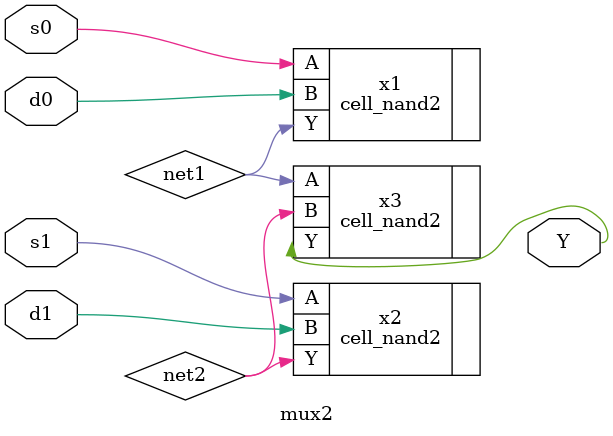
<source format=v>
`timescale 1ps/1ps
/* verilator lint_off DECLFILENAME */
/* verilator lint_off UNUSEDSIGNAL */
module rv_decode_comp_sch
(
  output wire o_illegal_instruction,
  output wire [31:0] o_instruction,
  input wire [31:0] i_instruction
);
wire net10 ;
wire [32:0] net11 ;
wire net12 ;
wire net13 ;
wire [32:0] net14 ;
wire net15 ;
wire net16 ;
wire net17 ;
wire [32:0] net18 ;
wire net19 ;
wire net20 ;
wire [32:0] net21 ;
wire [32:0] net22 ;
wire net23 ;
wire net24 ;
wire net25 ;
wire [32:0] net26 ;
wire [32:0] net27 ;
wire net28 ;
wire net29 ;
wire [32:0] net30 ;
wire net31 ;
wire net32 ;
wire net33 ;
wire [32:0] net34 ;
wire [32:0] net35 ;
wire net36 ;
wire net37 ;
wire net38 ;
wire [32:0] net39 ;
wire [32:0] net40 ;
wire [32:0] net41 ;
wire net42 ;
wire net43 ;
wire net44 ;
wire [32:0] net45 ;
wire [32:0] net46 ;
wire [32:0] net47 ;
wire [32:0] net48 ;
wire net49 ;
wire [32:0] net50 ;
wire net51 ;
wire net52 ;
wire net53 ;
wire [32:0] net54 ;
wire net55 ;
wire [32:0] net56 ;
wire net57 ;
wire net58 ;
wire [32:0] net59 ;
wire net60 ;
wire net61 ;
wire net62 ;
wire net63 ;
wire net64 ;
wire net65 ;
wire net66 ;
wire net67 ;
wire net68 ;
wire VCC ;
wire VSS ;
wire net1 ;
wire net2 ;
wire net3 ;
wire [32:0] net4 ;
wire [32:0] net5 ;
wire net6 ;
wire [32:0] net7 ;
wire net8 ;
wire [32:0] net9 ;

assign VCC = 1'b1;
assign VSS = 1'b0;

mux2
x1_32 ( 
 .s0( i_instruction[1] ),
 .d0( net4[32] ),
 .Y( o_illegal_instruction ),
 .s1( net1 ),
 .d1( net5[32] )
);

mux2
x1_31 ( 
 .s0( i_instruction[1] ),
 .d0( net4[31] ),
 .Y( o_instruction[31] ),
 .s1( net1 ),
 .d1( net5[31] )
);

mux2
x1_30 ( 
 .s0( i_instruction[1] ),
 .d0( net4[30] ),
 .Y( o_instruction[30] ),
 .s1( net1 ),
 .d1( net5[30] )
);

mux2
x1_29 ( 
 .s0( i_instruction[1] ),
 .d0( net4[29] ),
 .Y( o_instruction[29] ),
 .s1( net1 ),
 .d1( net5[29] )
);

mux2
x1_28 ( 
 .s0( i_instruction[1] ),
 .d0( net4[28] ),
 .Y( o_instruction[28] ),
 .s1( net1 ),
 .d1( net5[28] )
);

mux2
x1_27 ( 
 .s0( i_instruction[1] ),
 .d0( net4[27] ),
 .Y( o_instruction[27] ),
 .s1( net1 ),
 .d1( net5[27] )
);

mux2
x1_26 ( 
 .s0( i_instruction[1] ),
 .d0( net4[26] ),
 .Y( o_instruction[26] ),
 .s1( net1 ),
 .d1( net5[26] )
);

mux2
x1_25 ( 
 .s0( i_instruction[1] ),
 .d0( net4[25] ),
 .Y( o_instruction[25] ),
 .s1( net1 ),
 .d1( net5[25] )
);

mux2
x1_24 ( 
 .s0( i_instruction[1] ),
 .d0( net4[24] ),
 .Y( o_instruction[24] ),
 .s1( net1 ),
 .d1( net5[24] )
);

mux2
x1_23 ( 
 .s0( i_instruction[1] ),
 .d0( net4[23] ),
 .Y( o_instruction[23] ),
 .s1( net1 ),
 .d1( net5[23] )
);

mux2
x1_22 ( 
 .s0( i_instruction[1] ),
 .d0( net4[22] ),
 .Y( o_instruction[22] ),
 .s1( net1 ),
 .d1( net5[22] )
);

mux2
x1_21 ( 
 .s0( i_instruction[1] ),
 .d0( net4[21] ),
 .Y( o_instruction[21] ),
 .s1( net1 ),
 .d1( net5[21] )
);

mux2
x1_20 ( 
 .s0( i_instruction[1] ),
 .d0( net4[20] ),
 .Y( o_instruction[20] ),
 .s1( net1 ),
 .d1( net5[20] )
);

mux2
x1_19 ( 
 .s0( i_instruction[1] ),
 .d0( net4[19] ),
 .Y( o_instruction[19] ),
 .s1( net1 ),
 .d1( net5[19] )
);

mux2
x1_18 ( 
 .s0( i_instruction[1] ),
 .d0( net4[18] ),
 .Y( o_instruction[18] ),
 .s1( net1 ),
 .d1( net5[18] )
);

mux2
x1_17 ( 
 .s0( i_instruction[1] ),
 .d0( net4[17] ),
 .Y( o_instruction[17] ),
 .s1( net1 ),
 .d1( net5[17] )
);

mux2
x1_16 ( 
 .s0( i_instruction[1] ),
 .d0( net4[16] ),
 .Y( o_instruction[16] ),
 .s1( net1 ),
 .d1( net5[16] )
);

mux2
x1_15 ( 
 .s0( i_instruction[1] ),
 .d0( net4[15] ),
 .Y( o_instruction[15] ),
 .s1( net1 ),
 .d1( net5[15] )
);

mux2
x1_14 ( 
 .s0( i_instruction[1] ),
 .d0( net4[14] ),
 .Y( o_instruction[14] ),
 .s1( net1 ),
 .d1( net5[14] )
);

mux2
x1_13 ( 
 .s0( i_instruction[1] ),
 .d0( net4[13] ),
 .Y( o_instruction[13] ),
 .s1( net1 ),
 .d1( net5[13] )
);

mux2
x1_12 ( 
 .s0( i_instruction[1] ),
 .d0( net4[12] ),
 .Y( o_instruction[12] ),
 .s1( net1 ),
 .d1( net5[12] )
);

mux2
x1_11 ( 
 .s0( i_instruction[1] ),
 .d0( net4[11] ),
 .Y( o_instruction[11] ),
 .s1( net1 ),
 .d1( net5[11] )
);

mux2
x1_10 ( 
 .s0( i_instruction[1] ),
 .d0( net4[10] ),
 .Y( o_instruction[10] ),
 .s1( net1 ),
 .d1( net5[10] )
);

mux2
x1_9 ( 
 .s0( i_instruction[1] ),
 .d0( net4[9] ),
 .Y( o_instruction[9] ),
 .s1( net1 ),
 .d1( net5[9] )
);

mux2
x1_8 ( 
 .s0( i_instruction[1] ),
 .d0( net4[8] ),
 .Y( o_instruction[8] ),
 .s1( net1 ),
 .d1( net5[8] )
);

mux2
x1_7 ( 
 .s0( i_instruction[1] ),
 .d0( net4[7] ),
 .Y( o_instruction[7] ),
 .s1( net1 ),
 .d1( net5[7] )
);

mux2
x1_6 ( 
 .s0( i_instruction[1] ),
 .d0( net4[6] ),
 .Y( o_instruction[6] ),
 .s1( net1 ),
 .d1( net5[6] )
);

mux2
x1_5 ( 
 .s0( i_instruction[1] ),
 .d0( net4[5] ),
 .Y( o_instruction[5] ),
 .s1( net1 ),
 .d1( net5[5] )
);

mux2
x1_4 ( 
 .s0( i_instruction[1] ),
 .d0( net4[4] ),
 .Y( o_instruction[4] ),
 .s1( net1 ),
 .d1( net5[4] )
);

mux2
x1_3 ( 
 .s0( i_instruction[1] ),
 .d0( net4[3] ),
 .Y( o_instruction[3] ),
 .s1( net1 ),
 .d1( net5[3] )
);

mux2
x1_2 ( 
 .s0( i_instruction[1] ),
 .d0( net4[2] ),
 .Y( o_instruction[2] ),
 .s1( net1 ),
 .d1( net5[2] )
);

mux2
x1_1 ( 
 .s0( i_instruction[1] ),
 .d0( net4[1] ),
 .Y( o_instruction[1] ),
 .s1( net1 ),
 .d1( net5[1] )
);

mux2
x1_0 ( 
 .s0( i_instruction[1] ),
 .d0( net4[0] ),
 .Y( o_instruction[0] ),
 .s1( net1 ),
 .d1( net5[0] )
);


cell_inv
x1 ( 
 .A( i_instruction[1] ),
 .Y( net1 )
);


mux2
x2_32 ( 
 .s0( i_instruction[0] ),
 .d0( VCC ),
 .Y( net4[32] ),
 .s1( net2 ),
 .d1( net47[32] )
);


mux2
x2_31 ( 
 .s0( i_instruction[0] ),
 .d0( i_instruction[31] ),
 .Y( net4[31] ),
 .s1( net2 ),
 .d1( net47[31] )
);


mux2
x2_30 ( 
 .s0( i_instruction[0] ),
 .d0( i_instruction[30] ),
 .Y( net4[30] ),
 .s1( net2 ),
 .d1( net47[30] )
);


mux2
x2_29 ( 
 .s0( i_instruction[0] ),
 .d0( i_instruction[29] ),
 .Y( net4[29] ),
 .s1( net2 ),
 .d1( net47[29] )
);


mux2
x2_28 ( 
 .s0( i_instruction[0] ),
 .d0( i_instruction[28] ),
 .Y( net4[28] ),
 .s1( net2 ),
 .d1( net47[28] )
);


mux2
x2_27 ( 
 .s0( i_instruction[0] ),
 .d0( i_instruction[27] ),
 .Y( net4[27] ),
 .s1( net2 ),
 .d1( net47[27] )
);


mux2
x2_26 ( 
 .s0( i_instruction[0] ),
 .d0( i_instruction[26] ),
 .Y( net4[26] ),
 .s1( net2 ),
 .d1( net47[26] )
);


mux2
x2_25 ( 
 .s0( i_instruction[0] ),
 .d0( i_instruction[25] ),
 .Y( net4[25] ),
 .s1( net2 ),
 .d1( net47[25] )
);


mux2
x2_24 ( 
 .s0( i_instruction[0] ),
 .d0( i_instruction[24] ),
 .Y( net4[24] ),
 .s1( net2 ),
 .d1( net47[24] )
);


mux2
x2_23 ( 
 .s0( i_instruction[0] ),
 .d0( i_instruction[23] ),
 .Y( net4[23] ),
 .s1( net2 ),
 .d1( net47[23] )
);


mux2
x2_22 ( 
 .s0( i_instruction[0] ),
 .d0( i_instruction[22] ),
 .Y( net4[22] ),
 .s1( net2 ),
 .d1( net47[22] )
);


mux2
x2_21 ( 
 .s0( i_instruction[0] ),
 .d0( i_instruction[21] ),
 .Y( net4[21] ),
 .s1( net2 ),
 .d1( net47[21] )
);


mux2
x2_20 ( 
 .s0( i_instruction[0] ),
 .d0( i_instruction[20] ),
 .Y( net4[20] ),
 .s1( net2 ),
 .d1( net47[20] )
);


mux2
x2_19 ( 
 .s0( i_instruction[0] ),
 .d0( i_instruction[19] ),
 .Y( net4[19] ),
 .s1( net2 ),
 .d1( net47[19] )
);


mux2
x2_18 ( 
 .s0( i_instruction[0] ),
 .d0( i_instruction[18] ),
 .Y( net4[18] ),
 .s1( net2 ),
 .d1( net47[18] )
);


mux2
x2_17 ( 
 .s0( i_instruction[0] ),
 .d0( i_instruction[17] ),
 .Y( net4[17] ),
 .s1( net2 ),
 .d1( net47[17] )
);


mux2
x2_16 ( 
 .s0( i_instruction[0] ),
 .d0( i_instruction[16] ),
 .Y( net4[16] ),
 .s1( net2 ),
 .d1( net47[16] )
);


mux2
x2_15 ( 
 .s0( i_instruction[0] ),
 .d0( i_instruction[15] ),
 .Y( net4[15] ),
 .s1( net2 ),
 .d1( net47[15] )
);


mux2
x2_14 ( 
 .s0( i_instruction[0] ),
 .d0( i_instruction[14] ),
 .Y( net4[14] ),
 .s1( net2 ),
 .d1( net47[14] )
);


mux2
x2_13 ( 
 .s0( i_instruction[0] ),
 .d0( i_instruction[13] ),
 .Y( net4[13] ),
 .s1( net2 ),
 .d1( net47[13] )
);


mux2
x2_12 ( 
 .s0( i_instruction[0] ),
 .d0( i_instruction[12] ),
 .Y( net4[12] ),
 .s1( net2 ),
 .d1( net47[12] )
);


mux2
x2_11 ( 
 .s0( i_instruction[0] ),
 .d0( i_instruction[11] ),
 .Y( net4[11] ),
 .s1( net2 ),
 .d1( net47[11] )
);


mux2
x2_10 ( 
 .s0( i_instruction[0] ),
 .d0( i_instruction[10] ),
 .Y( net4[10] ),
 .s1( net2 ),
 .d1( net47[10] )
);


mux2
x2_9 ( 
 .s0( i_instruction[0] ),
 .d0( i_instruction[9] ),
 .Y( net4[9] ),
 .s1( net2 ),
 .d1( net47[9] )
);


mux2
x2_8 ( 
 .s0( i_instruction[0] ),
 .d0( i_instruction[8] ),
 .Y( net4[8] ),
 .s1( net2 ),
 .d1( net47[8] )
);


mux2
x2_7 ( 
 .s0( i_instruction[0] ),
 .d0( i_instruction[7] ),
 .Y( net4[7] ),
 .s1( net2 ),
 .d1( net47[7] )
);


mux2
x2_6 ( 
 .s0( i_instruction[0] ),
 .d0( i_instruction[6] ),
 .Y( net4[6] ),
 .s1( net2 ),
 .d1( net47[6] )
);


mux2
x2_5 ( 
 .s0( i_instruction[0] ),
 .d0( i_instruction[5] ),
 .Y( net4[5] ),
 .s1( net2 ),
 .d1( net47[5] )
);


mux2
x2_4 ( 
 .s0( i_instruction[0] ),
 .d0( i_instruction[4] ),
 .Y( net4[4] ),
 .s1( net2 ),
 .d1( net47[4] )
);


mux2
x2_3 ( 
 .s0( i_instruction[0] ),
 .d0( i_instruction[3] ),
 .Y( net4[3] ),
 .s1( net2 ),
 .d1( net47[3] )
);


mux2
x2_2 ( 
 .s0( i_instruction[0] ),
 .d0( i_instruction[2] ),
 .Y( net4[2] ),
 .s1( net2 ),
 .d1( net47[2] )
);


mux2
x2_1 ( 
 .s0( i_instruction[0] ),
 .d0( i_instruction[1] ),
 .Y( net4[1] ),
 .s1( net2 ),
 .d1( net47[1] )
);


mux2
x2_0 ( 
 .s0( i_instruction[0] ),
 .d0( i_instruction[0] ),
 .Y( net4[0] ),
 .s1( net2 ),
 .d1( net47[0] )
);


cell_inv
x3 ( 
 .A( i_instruction[0] ),
 .Y( net2 )
);


mux2
x3_32 ( 
 .s0( i_instruction[0] ),
 .d0( net18[32] ),
 .Y( net5[32] ),
 .s1( net3 ),
 .d1( net7[32] )
);


mux2
x3_31 ( 
 .s0( i_instruction[0] ),
 .d0( net18[31] ),
 .Y( net5[31] ),
 .s1( net3 ),
 .d1( net7[31] )
);


mux2
x3_30 ( 
 .s0( i_instruction[0] ),
 .d0( net18[30] ),
 .Y( net5[30] ),
 .s1( net3 ),
 .d1( net7[30] )
);


mux2
x3_29 ( 
 .s0( i_instruction[0] ),
 .d0( net18[29] ),
 .Y( net5[29] ),
 .s1( net3 ),
 .d1( net7[29] )
);


mux2
x3_28 ( 
 .s0( i_instruction[0] ),
 .d0( net18[28] ),
 .Y( net5[28] ),
 .s1( net3 ),
 .d1( net7[28] )
);


mux2
x3_27 ( 
 .s0( i_instruction[0] ),
 .d0( net18[27] ),
 .Y( net5[27] ),
 .s1( net3 ),
 .d1( net7[27] )
);


mux2
x3_26 ( 
 .s0( i_instruction[0] ),
 .d0( net18[26] ),
 .Y( net5[26] ),
 .s1( net3 ),
 .d1( net7[26] )
);


mux2
x3_25 ( 
 .s0( i_instruction[0] ),
 .d0( net18[25] ),
 .Y( net5[25] ),
 .s1( net3 ),
 .d1( net7[25] )
);


mux2
x3_24 ( 
 .s0( i_instruction[0] ),
 .d0( net18[24] ),
 .Y( net5[24] ),
 .s1( net3 ),
 .d1( net7[24] )
);


mux2
x3_23 ( 
 .s0( i_instruction[0] ),
 .d0( net18[23] ),
 .Y( net5[23] ),
 .s1( net3 ),
 .d1( net7[23] )
);


mux2
x3_22 ( 
 .s0( i_instruction[0] ),
 .d0( net18[22] ),
 .Y( net5[22] ),
 .s1( net3 ),
 .d1( net7[22] )
);


mux2
x3_21 ( 
 .s0( i_instruction[0] ),
 .d0( net18[21] ),
 .Y( net5[21] ),
 .s1( net3 ),
 .d1( net7[21] )
);


mux2
x3_20 ( 
 .s0( i_instruction[0] ),
 .d0( net18[20] ),
 .Y( net5[20] ),
 .s1( net3 ),
 .d1( net7[20] )
);


mux2
x3_19 ( 
 .s0( i_instruction[0] ),
 .d0( net18[19] ),
 .Y( net5[19] ),
 .s1( net3 ),
 .d1( net7[19] )
);


mux2
x3_18 ( 
 .s0( i_instruction[0] ),
 .d0( net18[18] ),
 .Y( net5[18] ),
 .s1( net3 ),
 .d1( net7[18] )
);


mux2
x3_17 ( 
 .s0( i_instruction[0] ),
 .d0( net18[17] ),
 .Y( net5[17] ),
 .s1( net3 ),
 .d1( net7[17] )
);


mux2
x3_16 ( 
 .s0( i_instruction[0] ),
 .d0( net18[16] ),
 .Y( net5[16] ),
 .s1( net3 ),
 .d1( net7[16] )
);


mux2
x3_15 ( 
 .s0( i_instruction[0] ),
 .d0( net18[15] ),
 .Y( net5[15] ),
 .s1( net3 ),
 .d1( net7[15] )
);


mux2
x3_14 ( 
 .s0( i_instruction[0] ),
 .d0( net18[14] ),
 .Y( net5[14] ),
 .s1( net3 ),
 .d1( net7[14] )
);


mux2
x3_13 ( 
 .s0( i_instruction[0] ),
 .d0( net18[13] ),
 .Y( net5[13] ),
 .s1( net3 ),
 .d1( net7[13] )
);


mux2
x3_12 ( 
 .s0( i_instruction[0] ),
 .d0( net18[12] ),
 .Y( net5[12] ),
 .s1( net3 ),
 .d1( net7[12] )
);


mux2
x3_11 ( 
 .s0( i_instruction[0] ),
 .d0( net18[11] ),
 .Y( net5[11] ),
 .s1( net3 ),
 .d1( net7[11] )
);


mux2
x3_10 ( 
 .s0( i_instruction[0] ),
 .d0( net18[10] ),
 .Y( net5[10] ),
 .s1( net3 ),
 .d1( net7[10] )
);


mux2
x3_9 ( 
 .s0( i_instruction[0] ),
 .d0( net18[9] ),
 .Y( net5[9] ),
 .s1( net3 ),
 .d1( net7[9] )
);


mux2
x3_8 ( 
 .s0( i_instruction[0] ),
 .d0( net18[8] ),
 .Y( net5[8] ),
 .s1( net3 ),
 .d1( net7[8] )
);


mux2
x3_7 ( 
 .s0( i_instruction[0] ),
 .d0( net18[7] ),
 .Y( net5[7] ),
 .s1( net3 ),
 .d1( net7[7] )
);


mux2
x3_6 ( 
 .s0( i_instruction[0] ),
 .d0( net18[6] ),
 .Y( net5[6] ),
 .s1( net3 ),
 .d1( net7[6] )
);


mux2
x3_5 ( 
 .s0( i_instruction[0] ),
 .d0( net18[5] ),
 .Y( net5[5] ),
 .s1( net3 ),
 .d1( net7[5] )
);


mux2
x3_4 ( 
 .s0( i_instruction[0] ),
 .d0( net18[4] ),
 .Y( net5[4] ),
 .s1( net3 ),
 .d1( net7[4] )
);


mux2
x3_3 ( 
 .s0( i_instruction[0] ),
 .d0( net18[3] ),
 .Y( net5[3] ),
 .s1( net3 ),
 .d1( net7[3] )
);


mux2
x3_2 ( 
 .s0( i_instruction[0] ),
 .d0( net18[2] ),
 .Y( net5[2] ),
 .s1( net3 ),
 .d1( net7[2] )
);


mux2
x3_1 ( 
 .s0( i_instruction[0] ),
 .d0( net18[1] ),
 .Y( net5[1] ),
 .s1( net3 ),
 .d1( net7[1] )
);


mux2
x3_0 ( 
 .s0( i_instruction[0] ),
 .d0( net18[0] ),
 .Y( net5[0] ),
 .s1( net3 ),
 .d1( net7[0] )
);


cell_inv
x4 ( 
 .A( i_instruction[0] ),
 .Y( net3 )
);


mux2
x4_32 ( 
 .s0( i_instruction[15] ),
 .d0( net11[32] ),
 .Y( net7[32] ),
 .s1( net6 ),
 .d1( net9[32] )
);


mux2
x4_31 ( 
 .s0( i_instruction[15] ),
 .d0( net11[31] ),
 .Y( net7[31] ),
 .s1( net6 ),
 .d1( net9[31] )
);


mux2
x4_30 ( 
 .s0( i_instruction[15] ),
 .d0( net11[30] ),
 .Y( net7[30] ),
 .s1( net6 ),
 .d1( net9[30] )
);


mux2
x4_29 ( 
 .s0( i_instruction[15] ),
 .d0( net11[29] ),
 .Y( net7[29] ),
 .s1( net6 ),
 .d1( net9[29] )
);


mux2
x4_28 ( 
 .s0( i_instruction[15] ),
 .d0( net11[28] ),
 .Y( net7[28] ),
 .s1( net6 ),
 .d1( net9[28] )
);


mux2
x4_27 ( 
 .s0( i_instruction[15] ),
 .d0( net11[27] ),
 .Y( net7[27] ),
 .s1( net6 ),
 .d1( net9[27] )
);


mux2
x4_26 ( 
 .s0( i_instruction[15] ),
 .d0( net11[26] ),
 .Y( net7[26] ),
 .s1( net6 ),
 .d1( net9[26] )
);


mux2
x4_25 ( 
 .s0( i_instruction[15] ),
 .d0( net11[25] ),
 .Y( net7[25] ),
 .s1( net6 ),
 .d1( net9[25] )
);


mux2
x4_24 ( 
 .s0( i_instruction[15] ),
 .d0( net11[24] ),
 .Y( net7[24] ),
 .s1( net6 ),
 .d1( net9[24] )
);


mux2
x4_23 ( 
 .s0( i_instruction[15] ),
 .d0( net11[23] ),
 .Y( net7[23] ),
 .s1( net6 ),
 .d1( net9[23] )
);


mux2
x4_22 ( 
 .s0( i_instruction[15] ),
 .d0( net11[22] ),
 .Y( net7[22] ),
 .s1( net6 ),
 .d1( net9[22] )
);


mux2
x4_21 ( 
 .s0( i_instruction[15] ),
 .d0( net11[21] ),
 .Y( net7[21] ),
 .s1( net6 ),
 .d1( net9[21] )
);


mux2
x4_20 ( 
 .s0( i_instruction[15] ),
 .d0( net11[20] ),
 .Y( net7[20] ),
 .s1( net6 ),
 .d1( net9[20] )
);


mux2
x4_19 ( 
 .s0( i_instruction[15] ),
 .d0( net11[19] ),
 .Y( net7[19] ),
 .s1( net6 ),
 .d1( net9[19] )
);


mux2
x4_18 ( 
 .s0( i_instruction[15] ),
 .d0( net11[18] ),
 .Y( net7[18] ),
 .s1( net6 ),
 .d1( net9[18] )
);


mux2
x4_17 ( 
 .s0( i_instruction[15] ),
 .d0( net11[17] ),
 .Y( net7[17] ),
 .s1( net6 ),
 .d1( net9[17] )
);


mux2
x4_16 ( 
 .s0( i_instruction[15] ),
 .d0( net11[16] ),
 .Y( net7[16] ),
 .s1( net6 ),
 .d1( net9[16] )
);


mux2
x4_15 ( 
 .s0( i_instruction[15] ),
 .d0( net11[15] ),
 .Y( net7[15] ),
 .s1( net6 ),
 .d1( net9[15] )
);


mux2
x4_14 ( 
 .s0( i_instruction[15] ),
 .d0( net11[14] ),
 .Y( net7[14] ),
 .s1( net6 ),
 .d1( net9[14] )
);


mux2
x4_13 ( 
 .s0( i_instruction[15] ),
 .d0( net11[13] ),
 .Y( net7[13] ),
 .s1( net6 ),
 .d1( net9[13] )
);


mux2
x4_12 ( 
 .s0( i_instruction[15] ),
 .d0( net11[12] ),
 .Y( net7[12] ),
 .s1( net6 ),
 .d1( net9[12] )
);


mux2
x4_11 ( 
 .s0( i_instruction[15] ),
 .d0( net11[11] ),
 .Y( net7[11] ),
 .s1( net6 ),
 .d1( net9[11] )
);


mux2
x4_10 ( 
 .s0( i_instruction[15] ),
 .d0( net11[10] ),
 .Y( net7[10] ),
 .s1( net6 ),
 .d1( net9[10] )
);


mux2
x4_9 ( 
 .s0( i_instruction[15] ),
 .d0( net11[9] ),
 .Y( net7[9] ),
 .s1( net6 ),
 .d1( net9[9] )
);


mux2
x4_8 ( 
 .s0( i_instruction[15] ),
 .d0( net11[8] ),
 .Y( net7[8] ),
 .s1( net6 ),
 .d1( net9[8] )
);


mux2
x4_7 ( 
 .s0( i_instruction[15] ),
 .d0( net11[7] ),
 .Y( net7[7] ),
 .s1( net6 ),
 .d1( net9[7] )
);


mux2
x4_6 ( 
 .s0( i_instruction[15] ),
 .d0( net11[6] ),
 .Y( net7[6] ),
 .s1( net6 ),
 .d1( net9[6] )
);


mux2
x4_5 ( 
 .s0( i_instruction[15] ),
 .d0( net11[5] ),
 .Y( net7[5] ),
 .s1( net6 ),
 .d1( net9[5] )
);


mux2
x4_4 ( 
 .s0( i_instruction[15] ),
 .d0( net11[4] ),
 .Y( net7[4] ),
 .s1( net6 ),
 .d1( net9[4] )
);


mux2
x4_3 ( 
 .s0( i_instruction[15] ),
 .d0( net11[3] ),
 .Y( net7[3] ),
 .s1( net6 ),
 .d1( net9[3] )
);


mux2
x4_2 ( 
 .s0( i_instruction[15] ),
 .d0( net11[2] ),
 .Y( net7[2] ),
 .s1( net6 ),
 .d1( net9[2] )
);


mux2
x4_1 ( 
 .s0( i_instruction[15] ),
 .d0( net11[1] ),
 .Y( net7[1] ),
 .s1( net6 ),
 .d1( net9[1] )
);


mux2
x4_0 ( 
 .s0( i_instruction[15] ),
 .d0( net11[0] ),
 .Y( net7[0] ),
 .s1( net6 ),
 .d1( net9[0] )
);


cell_inv
x5 ( 
 .A( i_instruction[15] ),
 .Y( net6 )
);


mux2
x5_32 ( 
 .s0( i_instruction[14] ),
 .d0( VSS ),
 .Y( net9[32] ),
 .s1( net8 ),
 .d1( net14[32] )
);


mux2
x5_31 ( 
 .s0( i_instruction[14] ),
 .d0( VSS ),
 .Y( net9[31] ),
 .s1( net8 ),
 .d1( net14[31] )
);


mux2
x5_30 ( 
 .s0( i_instruction[14] ),
 .d0( VSS ),
 .Y( net9[30] ),
 .s1( net8 ),
 .d1( net14[30] )
);


mux2
x5_29 ( 
 .s0( i_instruction[14] ),
 .d0( VSS ),
 .Y( net9[29] ),
 .s1( net8 ),
 .d1( net14[29] )
);


mux2
x5_28 ( 
 .s0( i_instruction[14] ),
 .d0( VSS ),
 .Y( net9[28] ),
 .s1( net8 ),
 .d1( net14[28] )
);


mux2
x5_27 ( 
 .s0( i_instruction[14] ),
 .d0( VSS ),
 .Y( net9[27] ),
 .s1( net8 ),
 .d1( net14[27] )
);


mux2
x5_26 ( 
 .s0( i_instruction[14] ),
 .d0( i_instruction[5] ),
 .Y( net9[26] ),
 .s1( net8 ),
 .d1( net14[26] )
);


mux2
x5_25 ( 
 .s0( i_instruction[14] ),
 .d0( i_instruction[12] ),
 .Y( net9[25] ),
 .s1( net8 ),
 .d1( net14[25] )
);


mux2
x5_24 ( 
 .s0( i_instruction[14] ),
 .d0( i_instruction[11] ),
 .Y( net9[24] ),
 .s1( net8 ),
 .d1( net14[24] )
);


mux2
x5_23 ( 
 .s0( i_instruction[14] ),
 .d0( i_instruction[10] ),
 .Y( net9[23] ),
 .s1( net8 ),
 .d1( net14[23] )
);


mux2
x5_22 ( 
 .s0( i_instruction[14] ),
 .d0( i_instruction[6] ),
 .Y( net9[22] ),
 .s1( net8 ),
 .d1( net14[22] )
);


mux2
x5_21 ( 
 .s0( i_instruction[14] ),
 .d0( VSS ),
 .Y( net9[21] ),
 .s1( net8 ),
 .d1( net14[21] )
);


mux2
x5_20 ( 
 .s0( i_instruction[14] ),
 .d0( VSS ),
 .Y( net9[20] ),
 .s1( net8 ),
 .d1( net14[20] )
);


mux2
x5_19 ( 
 .s0( i_instruction[14] ),
 .d0( VSS ),
 .Y( net9[19] ),
 .s1( net8 ),
 .d1( net14[19] )
);


mux2
x5_18 ( 
 .s0( i_instruction[14] ),
 .d0( VCC ),
 .Y( net9[18] ),
 .s1( net8 ),
 .d1( net14[18] )
);


mux2
x5_17 ( 
 .s0( i_instruction[14] ),
 .d0( i_instruction[9] ),
 .Y( net9[17] ),
 .s1( net8 ),
 .d1( net14[17] )
);


mux2
x5_16 ( 
 .s0( i_instruction[14] ),
 .d0( i_instruction[8] ),
 .Y( net9[16] ),
 .s1( net8 ),
 .d1( net14[16] )
);


mux2
x5_15 ( 
 .s0( i_instruction[14] ),
 .d0( i_instruction[7] ),
 .Y( net9[15] ),
 .s1( net8 ),
 .d1( net14[15] )
);


mux2
x5_14 ( 
 .s0( i_instruction[14] ),
 .d0( VSS ),
 .Y( net9[14] ),
 .s1( net8 ),
 .d1( net14[14] )
);


mux2
x5_13 ( 
 .s0( i_instruction[14] ),
 .d0( VCC ),
 .Y( net9[13] ),
 .s1( net8 ),
 .d1( net14[13] )
);


mux2
x5_12 ( 
 .s0( i_instruction[14] ),
 .d0( VSS ),
 .Y( net9[12] ),
 .s1( net8 ),
 .d1( net14[12] )
);


mux2
x5_11 ( 
 .s0( i_instruction[14] ),
 .d0( VSS ),
 .Y( net9[11] ),
 .s1( net8 ),
 .d1( net14[11] )
);


mux2
x5_10 ( 
 .s0( i_instruction[14] ),
 .d0( VCC ),
 .Y( net9[10] ),
 .s1( net8 ),
 .d1( net14[10] )
);


mux2
x5_9 ( 
 .s0( i_instruction[14] ),
 .d0( i_instruction[4] ),
 .Y( net9[9] ),
 .s1( net8 ),
 .d1( net14[9] )
);


mux2
x5_8 ( 
 .s0( i_instruction[14] ),
 .d0( i_instruction[3] ),
 .Y( net9[8] ),
 .s1( net8 ),
 .d1( net14[8] )
);


mux2
x5_7 ( 
 .s0( i_instruction[14] ),
 .d0( i_instruction[2] ),
 .Y( net9[7] ),
 .s1( net8 ),
 .d1( net14[7] )
);


mux2
x5_6 ( 
 .s0( i_instruction[14] ),
 .d0( VSS ),
 .Y( net9[6] ),
 .s1( net8 ),
 .d1( net14[6] )
);


mux2
x5_5 ( 
 .s0( i_instruction[14] ),
 .d0( VSS ),
 .Y( net9[5] ),
 .s1( net8 ),
 .d1( net14[5] )
);


mux2
x5_4 ( 
 .s0( i_instruction[14] ),
 .d0( VSS ),
 .Y( net9[4] ),
 .s1( net8 ),
 .d1( net14[4] )
);


mux2
x5_3 ( 
 .s0( i_instruction[14] ),
 .d0( VSS ),
 .Y( net9[3] ),
 .s1( net8 ),
 .d1( net14[3] )
);


mux2
x5_2 ( 
 .s0( i_instruction[14] ),
 .d0( VSS ),
 .Y( net9[2] ),
 .s1( net8 ),
 .d1( net14[2] )
);


mux2
x5_1 ( 
 .s0( i_instruction[14] ),
 .d0( VCC ),
 .Y( net9[1] ),
 .s1( net8 ),
 .d1( net14[1] )
);


mux2
x5_0 ( 
 .s0( i_instruction[14] ),
 .d0( VCC ),
 .Y( net9[0] ),
 .s1( net8 ),
 .d1( net14[0] )
);


cell_inv
x6 ( 
 .A( i_instruction[14] ),
 .Y( net8 )
);


mux2
x6_32 ( 
 .s0( i_instruction[14] ),
 .d0( VSS ),
 .Y( net11[32] ),
 .s1( net10 ),
 .d1( VCC )
);


mux2
x6_31 ( 
 .s0( i_instruction[14] ),
 .d0( VSS ),
 .Y( net11[31] ),
 .s1( net10 ),
 .d1( i_instruction[31] )
);


mux2
x6_30 ( 
 .s0( i_instruction[14] ),
 .d0( VSS ),
 .Y( net11[30] ),
 .s1( net10 ),
 .d1( i_instruction[30] )
);


mux2
x6_29 ( 
 .s0( i_instruction[14] ),
 .d0( VSS ),
 .Y( net11[29] ),
 .s1( net10 ),
 .d1( i_instruction[29] )
);


mux2
x6_28 ( 
 .s0( i_instruction[14] ),
 .d0( VSS ),
 .Y( net11[28] ),
 .s1( net10 ),
 .d1( i_instruction[28] )
);


mux2
x6_27 ( 
 .s0( i_instruction[14] ),
 .d0( VSS ),
 .Y( net11[27] ),
 .s1( net10 ),
 .d1( i_instruction[27] )
);


mux2
x6_26 ( 
 .s0( i_instruction[14] ),
 .d0( i_instruction[5] ),
 .Y( net11[26] ),
 .s1( net10 ),
 .d1( i_instruction[26] )
);


mux2
x6_25 ( 
 .s0( i_instruction[14] ),
 .d0( i_instruction[12] ),
 .Y( net11[25] ),
 .s1( net10 ),
 .d1( i_instruction[25] )
);


mux2
x6_24 ( 
 .s0( i_instruction[14] ),
 .d0( VSS ),
 .Y( net11[24] ),
 .s1( net10 ),
 .d1( i_instruction[24] )
);


mux2
x6_23 ( 
 .s0( i_instruction[14] ),
 .d0( VCC ),
 .Y( net11[23] ),
 .s1( net10 ),
 .d1( i_instruction[23] )
);


mux2
x6_22 ( 
 .s0( i_instruction[14] ),
 .d0( i_instruction[4] ),
 .Y( net11[22] ),
 .s1( net10 ),
 .d1( i_instruction[22] )
);


mux2
x6_21 ( 
 .s0( i_instruction[14] ),
 .d0( i_instruction[3] ),
 .Y( net11[21] ),
 .s1( net10 ),
 .d1( i_instruction[21] )
);


mux2
x6_20 ( 
 .s0( i_instruction[14] ),
 .d0( i_instruction[2] ),
 .Y( net11[20] ),
 .s1( net10 ),
 .d1( i_instruction[20] )
);


mux2
x6_19 ( 
 .s0( i_instruction[14] ),
 .d0( VSS ),
 .Y( net11[19] ),
 .s1( net10 ),
 .d1( i_instruction[19] )
);


mux2
x6_18 ( 
 .s0( i_instruction[14] ),
 .d0( VCC ),
 .Y( net11[18] ),
 .s1( net10 ),
 .d1( i_instruction[18] )
);


mux2
x6_17 ( 
 .s0( i_instruction[14] ),
 .d0( i_instruction[9] ),
 .Y( net11[17] ),
 .s1( net10 ),
 .d1( i_instruction[17] )
);


mux2
x6_16 ( 
 .s0( i_instruction[14] ),
 .d0( i_instruction[8] ),
 .Y( net11[16] ),
 .s1( net10 ),
 .d1( i_instruction[16] )
);


mux2
x6_15 ( 
 .s0( i_instruction[14] ),
 .d0( i_instruction[7] ),
 .Y( net11[15] ),
 .s1( net10 ),
 .d1( i_instruction[15] )
);


mux2
x6_14 ( 
 .s0( i_instruction[14] ),
 .d0( VSS ),
 .Y( net11[14] ),
 .s1( net10 ),
 .d1( i_instruction[14] )
);


mux2
x6_13 ( 
 .s0( i_instruction[14] ),
 .d0( VCC ),
 .Y( net11[13] ),
 .s1( net10 ),
 .d1( i_instruction[13] )
);


mux2
x6_12 ( 
 .s0( i_instruction[14] ),
 .d0( VSS ),
 .Y( net11[12] ),
 .s1( net10 ),
 .d1( i_instruction[12] )
);


mux2
x6_11 ( 
 .s0( i_instruction[14] ),
 .d0( i_instruction[11] ),
 .Y( net11[11] ),
 .s1( net10 ),
 .d1( i_instruction[11] )
);


mux2
x6_10 ( 
 .s0( i_instruction[14] ),
 .d0( i_instruction[10] ),
 .Y( net11[10] ),
 .s1( net10 ),
 .d1( i_instruction[10] )
);


mux2
x6_9 ( 
 .s0( i_instruction[14] ),
 .d0( i_instruction[6] ),
 .Y( net11[9] ),
 .s1( net10 ),
 .d1( i_instruction[9] )
);


mux2
x6_8 ( 
 .s0( i_instruction[14] ),
 .d0( VSS ),
 .Y( net11[8] ),
 .s1( net10 ),
 .d1( i_instruction[8] )
);


mux2
x6_7 ( 
 .s0( i_instruction[14] ),
 .d0( VSS ),
 .Y( net11[7] ),
 .s1( net10 ),
 .d1( i_instruction[7] )
);


mux2
x6_6 ( 
 .s0( i_instruction[14] ),
 .d0( VSS ),
 .Y( net11[6] ),
 .s1( net10 ),
 .d1( i_instruction[6] )
);


mux2
x6_5 ( 
 .s0( i_instruction[14] ),
 .d0( VCC ),
 .Y( net11[5] ),
 .s1( net10 ),
 .d1( i_instruction[5] )
);


mux2
x6_4 ( 
 .s0( i_instruction[14] ),
 .d0( VSS ),
 .Y( net11[4] ),
 .s1( net10 ),
 .d1( i_instruction[4] )
);


mux2
x6_3 ( 
 .s0( i_instruction[14] ),
 .d0( VSS ),
 .Y( net11[3] ),
 .s1( net10 ),
 .d1( i_instruction[3] )
);


mux2
x6_2 ( 
 .s0( i_instruction[14] ),
 .d0( VSS ),
 .Y( net11[2] ),
 .s1( net10 ),
 .d1( i_instruction[2] )
);


mux2
x6_1 ( 
 .s0( i_instruction[14] ),
 .d0( VCC ),
 .Y( net11[1] ),
 .s1( net10 ),
 .d1( i_instruction[1] )
);


mux2
x6_0 ( 
 .s0( i_instruction[14] ),
 .d0( VCC ),
 .Y( net11[0] ),
 .s1( net10 ),
 .d1( i_instruction[0] )
);


cell_inv
x7 ( 
 .A( i_instruction[14] ),
 .Y( net10 )
);


mux2
x7_32 ( 
 .s0( net12 ),
 .d0( VSS ),
 .Y( net14[32] ),
 .s1( net13 ),
 .d1( VSS )
);


mux2
x7_31 ( 
 .s0( net12 ),
 .d0( VSS ),
 .Y( net14[31] ),
 .s1( net13 ),
 .d1( VSS )
);


mux2
x7_30 ( 
 .s0( net12 ),
 .d0( VSS ),
 .Y( net14[30] ),
 .s1( net13 ),
 .d1( VSS )
);


mux2
x7_29 ( 
 .s0( net12 ),
 .d0( i_instruction[10] ),
 .Y( net14[29] ),
 .s1( net13 ),
 .d1( VSS )
);


mux2
x7_28 ( 
 .s0( net12 ),
 .d0( i_instruction[9] ),
 .Y( net14[28] ),
 .s1( net13 ),
 .d1( VSS )
);


mux2
x7_27 ( 
 .s0( net12 ),
 .d0( i_instruction[8] ),
 .Y( net14[27] ),
 .s1( net13 ),
 .d1( VSS )
);


mux2
x7_26 ( 
 .s0( net12 ),
 .d0( i_instruction[7] ),
 .Y( net14[26] ),
 .s1( net13 ),
 .d1( VSS )
);


mux2
x7_25 ( 
 .s0( net12 ),
 .d0( i_instruction[12] ),
 .Y( net14[25] ),
 .s1( net13 ),
 .d1( VSS )
);


mux2
x7_24 ( 
 .s0( net12 ),
 .d0( i_instruction[11] ),
 .Y( net14[24] ),
 .s1( net13 ),
 .d1( VSS )
);


mux2
x7_23 ( 
 .s0( net12 ),
 .d0( i_instruction[5] ),
 .Y( net14[23] ),
 .s1( net13 ),
 .d1( VSS )
);


mux2
x7_22 ( 
 .s0( net12 ),
 .d0( i_instruction[6] ),
 .Y( net14[22] ),
 .s1( net13 ),
 .d1( VSS )
);


mux2
x7_21 ( 
 .s0( net12 ),
 .d0( VSS ),
 .Y( net14[21] ),
 .s1( net13 ),
 .d1( VSS )
);


mux2
x7_20 ( 
 .s0( net12 ),
 .d0( VSS ),
 .Y( net14[20] ),
 .s1( net13 ),
 .d1( VSS )
);


mux2
x7_19 ( 
 .s0( net12 ),
 .d0( VSS ),
 .Y( net14[19] ),
 .s1( net13 ),
 .d1( VSS )
);


mux2
x7_18 ( 
 .s0( net12 ),
 .d0( VSS ),
 .Y( net14[18] ),
 .s1( net13 ),
 .d1( VSS )
);


mux2
x7_17 ( 
 .s0( net12 ),
 .d0( VSS ),
 .Y( net14[17] ),
 .s1( net13 ),
 .d1( VSS )
);


mux2
x7_16 ( 
 .s0( net12 ),
 .d0( VCC ),
 .Y( net14[16] ),
 .s1( net13 ),
 .d1( VSS )
);


mux2
x7_15 ( 
 .s0( net12 ),
 .d0( VSS ),
 .Y( net14[15] ),
 .s1( net13 ),
 .d1( VSS )
);


mux2
x7_14 ( 
 .s0( net12 ),
 .d0( VSS ),
 .Y( net14[14] ),
 .s1( net13 ),
 .d1( VSS )
);


mux2
x7_13 ( 
 .s0( net12 ),
 .d0( VSS ),
 .Y( net14[13] ),
 .s1( net13 ),
 .d1( VSS )
);


mux2
x7_12 ( 
 .s0( net12 ),
 .d0( VSS ),
 .Y( net14[12] ),
 .s1( net13 ),
 .d1( VSS )
);


mux2
x7_11 ( 
 .s0( net12 ),
 .d0( VSS ),
 .Y( net14[11] ),
 .s1( net13 ),
 .d1( VSS )
);


mux2
x7_10 ( 
 .s0( net12 ),
 .d0( VCC ),
 .Y( net14[10] ),
 .s1( net13 ),
 .d1( VSS )
);


mux2
x7_9 ( 
 .s0( net12 ),
 .d0( i_instruction[4] ),
 .Y( net14[9] ),
 .s1( net13 ),
 .d1( VSS )
);


mux2
x7_8 ( 
 .s0( net12 ),
 .d0( i_instruction[3] ),
 .Y( net14[8] ),
 .s1( net13 ),
 .d1( VSS )
);


mux2
x7_7 ( 
 .s0( net12 ),
 .d0( i_instruction[2] ),
 .Y( net14[7] ),
 .s1( net13 ),
 .d1( VSS )
);


mux2
x7_6 ( 
 .s0( net12 ),
 .d0( VSS ),
 .Y( net14[6] ),
 .s1( net13 ),
 .d1( VSS )
);


mux2
x7_5 ( 
 .s0( net12 ),
 .d0( VSS ),
 .Y( net14[5] ),
 .s1( net13 ),
 .d1( VSS )
);


mux2
x7_4 ( 
 .s0( net12 ),
 .d0( VCC ),
 .Y( net14[4] ),
 .s1( net13 ),
 .d1( VSS )
);


mux2
x7_3 ( 
 .s0( net12 ),
 .d0( VSS ),
 .Y( net14[3] ),
 .s1( net13 ),
 .d1( VSS )
);


mux2
x7_2 ( 
 .s0( net12 ),
 .d0( VSS ),
 .Y( net14[2] ),
 .s1( net13 ),
 .d1( VSS )
);


mux2
x7_1 ( 
 .s0( net12 ),
 .d0( VCC ),
 .Y( net14[1] ),
 .s1( net13 ),
 .d1( VSS )
);


mux2
x7_0 ( 
 .s0( net12 ),
 .d0( VCC ),
 .Y( net14[0] ),
 .s1( net13 ),
 .d1( VSS )
);


cell_inv
x8 ( 
 .A( net12 ),
 .Y( net13 )
);


cell_or3
x2 ( 
 .A( i_instruction[12] ),
 .B( i_instruction[11] ),
 .C( i_instruction[10] ),
 .X( net15 )
);


cell_or3
x9 ( 
 .A( i_instruction[9] ),
 .B( i_instruction[8] ),
 .C( i_instruction[7] ),
 .X( net61 )
);


cell_or2
x10 ( 
 .A( i_instruction[6] ),
 .B( i_instruction[5] ),
 .X( net16 )
);


cell_or3
x11 ( 
 .A( net15 ),
 .B( net61 ),
 .C( net16 ),
 .X( net12 )
);


mux2
x8_32 ( 
 .s0( i_instruction[15] ),
 .d0( net22[32] ),
 .Y( net18[32] ),
 .s1( net17 ),
 .d1( net21[32] )
);


mux2
x8_31 ( 
 .s0( i_instruction[15] ),
 .d0( net22[31] ),
 .Y( net18[31] ),
 .s1( net17 ),
 .d1( net21[31] )
);


mux2
x8_30 ( 
 .s0( i_instruction[15] ),
 .d0( net22[30] ),
 .Y( net18[30] ),
 .s1( net17 ),
 .d1( net21[30] )
);


mux2
x8_29 ( 
 .s0( i_instruction[15] ),
 .d0( net22[29] ),
 .Y( net18[29] ),
 .s1( net17 ),
 .d1( net21[29] )
);


mux2
x8_28 ( 
 .s0( i_instruction[15] ),
 .d0( net22[28] ),
 .Y( net18[28] ),
 .s1( net17 ),
 .d1( net21[28] )
);


mux2
x8_27 ( 
 .s0( i_instruction[15] ),
 .d0( net22[27] ),
 .Y( net18[27] ),
 .s1( net17 ),
 .d1( net21[27] )
);


mux2
x8_26 ( 
 .s0( i_instruction[15] ),
 .d0( net22[26] ),
 .Y( net18[26] ),
 .s1( net17 ),
 .d1( net21[26] )
);


mux2
x8_25 ( 
 .s0( i_instruction[15] ),
 .d0( net22[25] ),
 .Y( net18[25] ),
 .s1( net17 ),
 .d1( net21[25] )
);


mux2
x8_24 ( 
 .s0( i_instruction[15] ),
 .d0( net22[24] ),
 .Y( net18[24] ),
 .s1( net17 ),
 .d1( net21[24] )
);


mux2
x8_23 ( 
 .s0( i_instruction[15] ),
 .d0( net22[23] ),
 .Y( net18[23] ),
 .s1( net17 ),
 .d1( net21[23] )
);


mux2
x8_22 ( 
 .s0( i_instruction[15] ),
 .d0( net22[22] ),
 .Y( net18[22] ),
 .s1( net17 ),
 .d1( net21[22] )
);


mux2
x8_21 ( 
 .s0( i_instruction[15] ),
 .d0( net22[21] ),
 .Y( net18[21] ),
 .s1( net17 ),
 .d1( net21[21] )
);


mux2
x8_20 ( 
 .s0( i_instruction[15] ),
 .d0( net22[20] ),
 .Y( net18[20] ),
 .s1( net17 ),
 .d1( net21[20] )
);


mux2
x8_19 ( 
 .s0( i_instruction[15] ),
 .d0( net22[19] ),
 .Y( net18[19] ),
 .s1( net17 ),
 .d1( net21[19] )
);


mux2
x8_18 ( 
 .s0( i_instruction[15] ),
 .d0( net22[18] ),
 .Y( net18[18] ),
 .s1( net17 ),
 .d1( net21[18] )
);


mux2
x8_17 ( 
 .s0( i_instruction[15] ),
 .d0( net22[17] ),
 .Y( net18[17] ),
 .s1( net17 ),
 .d1( net21[17] )
);


mux2
x8_16 ( 
 .s0( i_instruction[15] ),
 .d0( net22[16] ),
 .Y( net18[16] ),
 .s1( net17 ),
 .d1( net21[16] )
);


mux2
x8_15 ( 
 .s0( i_instruction[15] ),
 .d0( net22[15] ),
 .Y( net18[15] ),
 .s1( net17 ),
 .d1( net21[15] )
);


mux2
x8_14 ( 
 .s0( i_instruction[15] ),
 .d0( net22[14] ),
 .Y( net18[14] ),
 .s1( net17 ),
 .d1( net21[14] )
);


mux2
x8_13 ( 
 .s0( i_instruction[15] ),
 .d0( net22[13] ),
 .Y( net18[13] ),
 .s1( net17 ),
 .d1( net21[13] )
);


mux2
x8_12 ( 
 .s0( i_instruction[15] ),
 .d0( net22[12] ),
 .Y( net18[12] ),
 .s1( net17 ),
 .d1( net21[12] )
);


mux2
x8_11 ( 
 .s0( i_instruction[15] ),
 .d0( net22[11] ),
 .Y( net18[11] ),
 .s1( net17 ),
 .d1( net21[11] )
);


mux2
x8_10 ( 
 .s0( i_instruction[15] ),
 .d0( net22[10] ),
 .Y( net18[10] ),
 .s1( net17 ),
 .d1( net21[10] )
);


mux2
x8_9 ( 
 .s0( i_instruction[15] ),
 .d0( net22[9] ),
 .Y( net18[9] ),
 .s1( net17 ),
 .d1( net21[9] )
);


mux2
x8_8 ( 
 .s0( i_instruction[15] ),
 .d0( net22[8] ),
 .Y( net18[8] ),
 .s1( net17 ),
 .d1( net21[8] )
);


mux2
x8_7 ( 
 .s0( i_instruction[15] ),
 .d0( net22[7] ),
 .Y( net18[7] ),
 .s1( net17 ),
 .d1( net21[7] )
);


mux2
x8_6 ( 
 .s0( i_instruction[15] ),
 .d0( net22[6] ),
 .Y( net18[6] ),
 .s1( net17 ),
 .d1( net21[6] )
);


mux2
x8_5 ( 
 .s0( i_instruction[15] ),
 .d0( net22[5] ),
 .Y( net18[5] ),
 .s1( net17 ),
 .d1( net21[5] )
);


mux2
x8_4 ( 
 .s0( i_instruction[15] ),
 .d0( net22[4] ),
 .Y( net18[4] ),
 .s1( net17 ),
 .d1( net21[4] )
);


mux2
x8_3 ( 
 .s0( i_instruction[15] ),
 .d0( net22[3] ),
 .Y( net18[3] ),
 .s1( net17 ),
 .d1( net21[3] )
);


mux2
x8_2 ( 
 .s0( i_instruction[15] ),
 .d0( net22[2] ),
 .Y( net18[2] ),
 .s1( net17 ),
 .d1( net21[2] )
);


mux2
x8_1 ( 
 .s0( i_instruction[15] ),
 .d0( net22[1] ),
 .Y( net18[1] ),
 .s1( net17 ),
 .d1( net21[1] )
);


mux2
x8_0 ( 
 .s0( i_instruction[15] ),
 .d0( net22[0] ),
 .Y( net18[0] ),
 .s1( net17 ),
 .d1( net21[0] )
);


cell_inv
x12 ( 
 .A( i_instruction[15] ),
 .Y( net17 )
);


mux2
x9_32 ( 
 .s0( i_instruction[14] ),
 .d0( VSS ),
 .Y( net22[32] ),
 .s1( net19 ),
 .d1( net48[32] )
);


mux2
x9_31 ( 
 .s0( i_instruction[14] ),
 .d0( i_instruction[12] ),
 .Y( net22[31] ),
 .s1( net19 ),
 .d1( net48[31] )
);


mux2
x9_30 ( 
 .s0( i_instruction[14] ),
 .d0( i_instruction[12] ),
 .Y( net22[30] ),
 .s1( net19 ),
 .d1( net48[30] )
);


mux2
x9_29 ( 
 .s0( i_instruction[14] ),
 .d0( i_instruction[12] ),
 .Y( net22[29] ),
 .s1( net19 ),
 .d1( net48[29] )
);


mux2
x9_28 ( 
 .s0( i_instruction[14] ),
 .d0( i_instruction[12] ),
 .Y( net22[28] ),
 .s1( net19 ),
 .d1( net48[28] )
);


mux2
x9_27 ( 
 .s0( i_instruction[14] ),
 .d0( i_instruction[6] ),
 .Y( net22[27] ),
 .s1( net19 ),
 .d1( net48[27] )
);


mux2
x9_26 ( 
 .s0( i_instruction[14] ),
 .d0( i_instruction[5] ),
 .Y( net22[26] ),
 .s1( net19 ),
 .d1( net48[26] )
);


mux2
x9_25 ( 
 .s0( i_instruction[14] ),
 .d0( i_instruction[2] ),
 .Y( net22[25] ),
 .s1( net19 ),
 .d1( net48[25] )
);


mux2
x9_24 ( 
 .s0( i_instruction[14] ),
 .d0( VSS ),
 .Y( net22[24] ),
 .s1( net19 ),
 .d1( net48[24] )
);


mux2
x9_23 ( 
 .s0( i_instruction[14] ),
 .d0( VSS ),
 .Y( net22[23] ),
 .s1( net19 ),
 .d1( net48[23] )
);


mux2
x9_22 ( 
 .s0( i_instruction[14] ),
 .d0( VSS ),
 .Y( net22[22] ),
 .s1( net19 ),
 .d1( net48[22] )
);


mux2
x9_21 ( 
 .s0( i_instruction[14] ),
 .d0( VSS ),
 .Y( net22[21] ),
 .s1( net19 ),
 .d1( net48[21] )
);


mux2
x9_20 ( 
 .s0( i_instruction[14] ),
 .d0( VSS ),
 .Y( net22[20] ),
 .s1( net19 ),
 .d1( net48[20] )
);


mux2
x9_19 ( 
 .s0( i_instruction[14] ),
 .d0( VSS ),
 .Y( net22[19] ),
 .s1( net19 ),
 .d1( net48[19] )
);


mux2
x9_18 ( 
 .s0( i_instruction[14] ),
 .d0( VCC ),
 .Y( net22[18] ),
 .s1( net19 ),
 .d1( net48[18] )
);


mux2
x9_17 ( 
 .s0( i_instruction[14] ),
 .d0( i_instruction[9] ),
 .Y( net22[17] ),
 .s1( net19 ),
 .d1( net48[17] )
);


mux2
x9_16 ( 
 .s0( i_instruction[14] ),
 .d0( i_instruction[8] ),
 .Y( net22[16] ),
 .s1( net19 ),
 .d1( net48[16] )
);


mux2
x9_15 ( 
 .s0( i_instruction[14] ),
 .d0( i_instruction[7] ),
 .Y( net22[15] ),
 .s1( net19 ),
 .d1( net48[15] )
);


mux2
x9_14 ( 
 .s0( i_instruction[14] ),
 .d0( VSS ),
 .Y( net22[14] ),
 .s1( net19 ),
 .d1( net48[14] )
);


mux2
x9_13 ( 
 .s0( i_instruction[14] ),
 .d0( VSS ),
 .Y( net22[13] ),
 .s1( net19 ),
 .d1( net48[13] )
);


mux2
x9_12 ( 
 .s0( i_instruction[14] ),
 .d0( i_instruction[13] ),
 .Y( net22[12] ),
 .s1( net19 ),
 .d1( net48[12] )
);


mux2
x9_11 ( 
 .s0( i_instruction[14] ),
 .d0( i_instruction[11] ),
 .Y( net22[11] ),
 .s1( net19 ),
 .d1( net48[11] )
);


mux2
x9_10 ( 
 .s0( i_instruction[14] ),
 .d0( i_instruction[10] ),
 .Y( net22[10] ),
 .s1( net19 ),
 .d1( net48[10] )
);


mux2
x9_9 ( 
 .s0( i_instruction[14] ),
 .d0( i_instruction[4] ),
 .Y( net22[9] ),
 .s1( net19 ),
 .d1( net48[9] )
);


mux2
x9_8 ( 
 .s0( i_instruction[14] ),
 .d0( i_instruction[3] ),
 .Y( net22[8] ),
 .s1( net19 ),
 .d1( net48[8] )
);


mux2
x9_7 ( 
 .s0( i_instruction[14] ),
 .d0( i_instruction[12] ),
 .Y( net22[7] ),
 .s1( net19 ),
 .d1( net48[7] )
);


mux2
x9_6 ( 
 .s0( i_instruction[14] ),
 .d0( VCC ),
 .Y( net22[6] ),
 .s1( net19 ),
 .d1( net48[6] )
);


mux2
x9_5 ( 
 .s0( i_instruction[14] ),
 .d0( VCC ),
 .Y( net22[5] ),
 .s1( net19 ),
 .d1( net48[5] )
);


mux2
x9_4 ( 
 .s0( i_instruction[14] ),
 .d0( VSS ),
 .Y( net22[4] ),
 .s1( net19 ),
 .d1( net48[4] )
);


mux2
x9_3 ( 
 .s0( i_instruction[14] ),
 .d0( VSS ),
 .Y( net22[3] ),
 .s1( net19 ),
 .d1( net48[3] )
);


mux2
x9_2 ( 
 .s0( i_instruction[14] ),
 .d0( VSS ),
 .Y( net22[2] ),
 .s1( net19 ),
 .d1( net48[2] )
);


mux2
x9_1 ( 
 .s0( i_instruction[14] ),
 .d0( VCC ),
 .Y( net22[1] ),
 .s1( net19 ),
 .d1( net48[1] )
);


mux2
x9_0 ( 
 .s0( i_instruction[14] ),
 .d0( VCC ),
 .Y( net22[0] ),
 .s1( net19 ),
 .d1( net48[0] )
);


cell_inv
x13 ( 
 .A( i_instruction[14] ),
 .Y( net19 )
);


mux2
x10_32 ( 
 .s0( i_instruction[14] ),
 .d0( net27[32] ),
 .Y( net21[32] ),
 .s1( net20 ),
 .d1( net26[32] )
);


mux2
x10_31 ( 
 .s0( i_instruction[14] ),
 .d0( net27[31] ),
 .Y( net21[31] ),
 .s1( net20 ),
 .d1( net26[31] )
);


mux2
x10_30 ( 
 .s0( i_instruction[14] ),
 .d0( net27[30] ),
 .Y( net21[30] ),
 .s1( net20 ),
 .d1( net26[30] )
);


mux2
x10_29 ( 
 .s0( i_instruction[14] ),
 .d0( net27[29] ),
 .Y( net21[29] ),
 .s1( net20 ),
 .d1( net26[29] )
);


mux2
x10_28 ( 
 .s0( i_instruction[14] ),
 .d0( net27[28] ),
 .Y( net21[28] ),
 .s1( net20 ),
 .d1( net26[28] )
);


mux2
x10_27 ( 
 .s0( i_instruction[14] ),
 .d0( net27[27] ),
 .Y( net21[27] ),
 .s1( net20 ),
 .d1( net26[27] )
);


mux2
x10_26 ( 
 .s0( i_instruction[14] ),
 .d0( net27[26] ),
 .Y( net21[26] ),
 .s1( net20 ),
 .d1( net26[26] )
);


mux2
x10_25 ( 
 .s0( i_instruction[14] ),
 .d0( net27[25] ),
 .Y( net21[25] ),
 .s1( net20 ),
 .d1( net26[25] )
);


mux2
x10_24 ( 
 .s0( i_instruction[14] ),
 .d0( net27[24] ),
 .Y( net21[24] ),
 .s1( net20 ),
 .d1( net26[24] )
);


mux2
x10_23 ( 
 .s0( i_instruction[14] ),
 .d0( net27[23] ),
 .Y( net21[23] ),
 .s1( net20 ),
 .d1( net26[23] )
);


mux2
x10_22 ( 
 .s0( i_instruction[14] ),
 .d0( net27[22] ),
 .Y( net21[22] ),
 .s1( net20 ),
 .d1( net26[22] )
);


mux2
x10_21 ( 
 .s0( i_instruction[14] ),
 .d0( net27[21] ),
 .Y( net21[21] ),
 .s1( net20 ),
 .d1( net26[21] )
);


mux2
x10_20 ( 
 .s0( i_instruction[14] ),
 .d0( net27[20] ),
 .Y( net21[20] ),
 .s1( net20 ),
 .d1( net26[20] )
);


mux2
x10_19 ( 
 .s0( i_instruction[14] ),
 .d0( net27[19] ),
 .Y( net21[19] ),
 .s1( net20 ),
 .d1( net26[19] )
);


mux2
x10_18 ( 
 .s0( i_instruction[14] ),
 .d0( net27[18] ),
 .Y( net21[18] ),
 .s1( net20 ),
 .d1( net26[18] )
);


mux2
x10_17 ( 
 .s0( i_instruction[14] ),
 .d0( net27[17] ),
 .Y( net21[17] ),
 .s1( net20 ),
 .d1( net26[17] )
);


mux2
x10_16 ( 
 .s0( i_instruction[14] ),
 .d0( net27[16] ),
 .Y( net21[16] ),
 .s1( net20 ),
 .d1( net26[16] )
);


mux2
x10_15 ( 
 .s0( i_instruction[14] ),
 .d0( net27[15] ),
 .Y( net21[15] ),
 .s1( net20 ),
 .d1( net26[15] )
);


mux2
x10_14 ( 
 .s0( i_instruction[14] ),
 .d0( net27[14] ),
 .Y( net21[14] ),
 .s1( net20 ),
 .d1( net26[14] )
);


mux2
x10_13 ( 
 .s0( i_instruction[14] ),
 .d0( net27[13] ),
 .Y( net21[13] ),
 .s1( net20 ),
 .d1( net26[13] )
);


mux2
x10_12 ( 
 .s0( i_instruction[14] ),
 .d0( net27[12] ),
 .Y( net21[12] ),
 .s1( net20 ),
 .d1( net26[12] )
);


mux2
x10_11 ( 
 .s0( i_instruction[14] ),
 .d0( net27[11] ),
 .Y( net21[11] ),
 .s1( net20 ),
 .d1( net26[11] )
);


mux2
x10_10 ( 
 .s0( i_instruction[14] ),
 .d0( net27[10] ),
 .Y( net21[10] ),
 .s1( net20 ),
 .d1( net26[10] )
);


mux2
x10_9 ( 
 .s0( i_instruction[14] ),
 .d0( net27[9] ),
 .Y( net21[9] ),
 .s1( net20 ),
 .d1( net26[9] )
);


mux2
x10_8 ( 
 .s0( i_instruction[14] ),
 .d0( net27[8] ),
 .Y( net21[8] ),
 .s1( net20 ),
 .d1( net26[8] )
);


mux2
x10_7 ( 
 .s0( i_instruction[14] ),
 .d0( net27[7] ),
 .Y( net21[7] ),
 .s1( net20 ),
 .d1( net26[7] )
);


mux2
x10_6 ( 
 .s0( i_instruction[14] ),
 .d0( net27[6] ),
 .Y( net21[6] ),
 .s1( net20 ),
 .d1( net26[6] )
);


mux2
x10_5 ( 
 .s0( i_instruction[14] ),
 .d0( net27[5] ),
 .Y( net21[5] ),
 .s1( net20 ),
 .d1( net26[5] )
);


mux2
x10_4 ( 
 .s0( i_instruction[14] ),
 .d0( net27[4] ),
 .Y( net21[4] ),
 .s1( net20 ),
 .d1( net26[4] )
);


mux2
x10_3 ( 
 .s0( i_instruction[14] ),
 .d0( net27[3] ),
 .Y( net21[3] ),
 .s1( net20 ),
 .d1( net26[3] )
);


mux2
x10_2 ( 
 .s0( i_instruction[14] ),
 .d0( net27[2] ),
 .Y( net21[2] ),
 .s1( net20 ),
 .d1( net26[2] )
);


mux2
x10_1 ( 
 .s0( i_instruction[14] ),
 .d0( net27[1] ),
 .Y( net21[1] ),
 .s1( net20 ),
 .d1( net26[1] )
);


mux2
x10_0 ( 
 .s0( i_instruction[14] ),
 .d0( net27[0] ),
 .Y( net21[0] ),
 .s1( net20 ),
 .d1( net26[0] )
);


cell_inv
x14 ( 
 .A( i_instruction[14] ),
 .Y( net20 )
);


mux2
x11_32 ( 
 .s0( i_instruction[13] ),
 .d0( VSS ),
 .Y( net26[32] ),
 .s1( net23 ),
 .d1( VSS )
);


mux2
x11_31 ( 
 .s0( i_instruction[13] ),
 .d0( i_instruction[12] ),
 .Y( net26[31] ),
 .s1( net23 ),
 .d1( i_instruction[12] )
);


mux2
x11_30 ( 
 .s0( i_instruction[13] ),
 .d0( i_instruction[8] ),
 .Y( net26[30] ),
 .s1( net23 ),
 .d1( i_instruction[12] )
);


mux2
x11_29 ( 
 .s0( i_instruction[13] ),
 .d0( i_instruction[10] ),
 .Y( net26[29] ),
 .s1( net23 ),
 .d1( i_instruction[12] )
);


mux2
x11_28 ( 
 .s0( i_instruction[13] ),
 .d0( i_instruction[9] ),
 .Y( net26[28] ),
 .s1( net23 ),
 .d1( i_instruction[12] )
);


mux2
x11_27 ( 
 .s0( i_instruction[13] ),
 .d0( i_instruction[6] ),
 .Y( net26[27] ),
 .s1( net23 ),
 .d1( i_instruction[12] )
);


mux2
x11_26 ( 
 .s0( i_instruction[13] ),
 .d0( i_instruction[7] ),
 .Y( net26[26] ),
 .s1( net23 ),
 .d1( i_instruction[12] )
);


mux2
x11_25 ( 
 .s0( i_instruction[13] ),
 .d0( i_instruction[2] ),
 .Y( net26[25] ),
 .s1( net23 ),
 .d1( i_instruction[12] )
);


mux2
x11_24 ( 
 .s0( i_instruction[13] ),
 .d0( i_instruction[11] ),
 .Y( net26[24] ),
 .s1( net23 ),
 .d1( i_instruction[6] )
);


mux2
x11_23 ( 
 .s0( i_instruction[13] ),
 .d0( i_instruction[5] ),
 .Y( net26[23] ),
 .s1( net23 ),
 .d1( i_instruction[5] )
);


mux2
x11_22 ( 
 .s0( i_instruction[13] ),
 .d0( i_instruction[4] ),
 .Y( net26[22] ),
 .s1( net23 ),
 .d1( i_instruction[4] )
);


mux2
x11_21 ( 
 .s0( i_instruction[13] ),
 .d0( i_instruction[3] ),
 .Y( net26[21] ),
 .s1( net23 ),
 .d1( i_instruction[3] )
);


mux2
x11_20 ( 
 .s0( i_instruction[13] ),
 .d0( i_instruction[12] ),
 .Y( net26[20] ),
 .s1( net23 ),
 .d1( i_instruction[2] )
);


mux2
x11_19 ( 
 .s0( i_instruction[13] ),
 .d0( i_instruction[12] ),
 .Y( net26[19] ),
 .s1( net23 ),
 .d1( i_instruction[11] )
);


mux2
x11_18 ( 
 .s0( i_instruction[13] ),
 .d0( i_instruction[12] ),
 .Y( net26[18] ),
 .s1( net23 ),
 .d1( i_instruction[10] )
);


mux2
x11_17 ( 
 .s0( i_instruction[13] ),
 .d0( i_instruction[12] ),
 .Y( net26[17] ),
 .s1( net23 ),
 .d1( i_instruction[9] )
);


mux2
x11_16 ( 
 .s0( i_instruction[13] ),
 .d0( i_instruction[12] ),
 .Y( net26[16] ),
 .s1( net23 ),
 .d1( i_instruction[8] )
);


mux2
x11_15 ( 
 .s0( i_instruction[13] ),
 .d0( i_instruction[12] ),
 .Y( net26[15] ),
 .s1( net23 ),
 .d1( i_instruction[7] )
);


mux2
x11_14 ( 
 .s0( i_instruction[13] ),
 .d0( i_instruction[12] ),
 .Y( net26[14] ),
 .s1( net23 ),
 .d1( VSS )
);


mux2
x11_13 ( 
 .s0( i_instruction[13] ),
 .d0( i_instruction[12] ),
 .Y( net26[13] ),
 .s1( net23 ),
 .d1( VSS )
);


mux2
x11_12 ( 
 .s0( i_instruction[13] ),
 .d0( i_instruction[12] ),
 .Y( net26[12] ),
 .s1( net23 ),
 .d1( VSS )
);


mux2
x11_11 ( 
 .s0( i_instruction[13] ),
 .d0( VSS ),
 .Y( net26[11] ),
 .s1( net23 ),
 .d1( i_instruction[11] )
);


mux2
x11_10 ( 
 .s0( i_instruction[13] ),
 .d0( VSS ),
 .Y( net26[10] ),
 .s1( net23 ),
 .d1( i_instruction[10] )
);


mux2
x11_9 ( 
 .s0( i_instruction[13] ),
 .d0( VSS ),
 .Y( net26[9] ),
 .s1( net23 ),
 .d1( i_instruction[9] )
);


mux2
x11_8 ( 
 .s0( i_instruction[13] ),
 .d0( VSS ),
 .Y( net26[8] ),
 .s1( net23 ),
 .d1( i_instruction[8] )
);


mux2
x11_7 ( 
 .s0( i_instruction[13] ),
 .d0( VCC ),
 .Y( net26[7] ),
 .s1( net23 ),
 .d1( i_instruction[7] )
);


mux2
x11_6 ( 
 .s0( i_instruction[13] ),
 .d0( VCC ),
 .Y( net26[6] ),
 .s1( net23 ),
 .d1( VSS )
);


mux2
x11_5 ( 
 .s0( i_instruction[13] ),
 .d0( VCC ),
 .Y( net26[5] ),
 .s1( net23 ),
 .d1( VSS )
);


mux2
x11_4 ( 
 .s0( i_instruction[13] ),
 .d0( VSS ),
 .Y( net26[4] ),
 .s1( net23 ),
 .d1( VCC )
);


mux2
x11_3 ( 
 .s0( i_instruction[13] ),
 .d0( VCC ),
 .Y( net26[3] ),
 .s1( net23 ),
 .d1( VSS )
);


mux2
x11_2 ( 
 .s0( i_instruction[13] ),
 .d0( VCC ),
 .Y( net26[2] ),
 .s1( net23 ),
 .d1( VSS )
);


mux2
x11_1 ( 
 .s0( i_instruction[13] ),
 .d0( VCC ),
 .Y( net26[1] ),
 .s1( net23 ),
 .d1( VCC )
);


mux2
x11_0 ( 
 .s0( i_instruction[13] ),
 .d0( VCC ),
 .Y( net26[0] ),
 .s1( net23 ),
 .d1( VCC )
);


cell_inv
x15 ( 
 .A( i_instruction[13] ),
 .Y( net23 )
);


mux2
x12_32 ( 
 .s0( i_instruction[13] ),
 .d0( net30[32] ),
 .Y( net27[32] ),
 .s1( net24 ),
 .d1( VSS )
);


mux2
x12_31 ( 
 .s0( i_instruction[13] ),
 .d0( net30[31] ),
 .Y( net27[31] ),
 .s1( net24 ),
 .d1( i_instruction[12] )
);


mux2
x12_30 ( 
 .s0( i_instruction[13] ),
 .d0( net30[30] ),
 .Y( net27[30] ),
 .s1( net24 ),
 .d1( i_instruction[12] )
);


mux2
x12_29 ( 
 .s0( i_instruction[13] ),
 .d0( net30[29] ),
 .Y( net27[29] ),
 .s1( net24 ),
 .d1( i_instruction[12] )
);


mux2
x12_28 ( 
 .s0( i_instruction[13] ),
 .d0( net30[28] ),
 .Y( net27[28] ),
 .s1( net24 ),
 .d1( i_instruction[12] )
);


mux2
x12_27 ( 
 .s0( i_instruction[13] ),
 .d0( net30[27] ),
 .Y( net27[27] ),
 .s1( net24 ),
 .d1( i_instruction[12] )
);


mux2
x12_26 ( 
 .s0( i_instruction[13] ),
 .d0( net30[26] ),
 .Y( net27[26] ),
 .s1( net24 ),
 .d1( i_instruction[12] )
);


mux2
x12_25 ( 
 .s0( i_instruction[13] ),
 .d0( net30[25] ),
 .Y( net27[25] ),
 .s1( net24 ),
 .d1( i_instruction[12] )
);


mux2
x12_24 ( 
 .s0( i_instruction[13] ),
 .d0( net30[24] ),
 .Y( net27[24] ),
 .s1( net24 ),
 .d1( i_instruction[6] )
);


mux2
x12_23 ( 
 .s0( i_instruction[13] ),
 .d0( net30[23] ),
 .Y( net27[23] ),
 .s1( net24 ),
 .d1( i_instruction[5] )
);


mux2
x12_22 ( 
 .s0( i_instruction[13] ),
 .d0( net30[22] ),
 .Y( net27[22] ),
 .s1( net24 ),
 .d1( i_instruction[4] )
);


mux2
x12_21 ( 
 .s0( i_instruction[13] ),
 .d0( net30[21] ),
 .Y( net27[21] ),
 .s1( net24 ),
 .d1( i_instruction[3] )
);


mux2
x12_20 ( 
 .s0( i_instruction[13] ),
 .d0( net30[20] ),
 .Y( net27[20] ),
 .s1( net24 ),
 .d1( i_instruction[2] )
);


mux2
x12_19 ( 
 .s0( i_instruction[13] ),
 .d0( net30[19] ),
 .Y( net27[19] ),
 .s1( net24 ),
 .d1( VSS )
);


mux2
x12_18 ( 
 .s0( i_instruction[13] ),
 .d0( net30[18] ),
 .Y( net27[18] ),
 .s1( net24 ),
 .d1( VSS )
);


mux2
x12_17 ( 
 .s0( i_instruction[13] ),
 .d0( net30[17] ),
 .Y( net27[17] ),
 .s1( net24 ),
 .d1( VSS )
);


mux2
x12_16 ( 
 .s0( i_instruction[13] ),
 .d0( net30[16] ),
 .Y( net27[16] ),
 .s1( net24 ),
 .d1( VSS )
);


mux2
x12_15 ( 
 .s0( i_instruction[13] ),
 .d0( net30[15] ),
 .Y( net27[15] ),
 .s1( net24 ),
 .d1( VSS )
);


mux2
x12_14 ( 
 .s0( i_instruction[13] ),
 .d0( net30[14] ),
 .Y( net27[14] ),
 .s1( net24 ),
 .d1( VSS )
);


mux2
x12_13 ( 
 .s0( i_instruction[13] ),
 .d0( net30[13] ),
 .Y( net27[13] ),
 .s1( net24 ),
 .d1( VSS )
);


mux2
x12_12 ( 
 .s0( i_instruction[13] ),
 .d0( net30[12] ),
 .Y( net27[12] ),
 .s1( net24 ),
 .d1( VSS )
);


mux2
x12_11 ( 
 .s0( i_instruction[13] ),
 .d0( net30[11] ),
 .Y( net27[11] ),
 .s1( net24 ),
 .d1( i_instruction[11] )
);


mux2
x12_10 ( 
 .s0( i_instruction[13] ),
 .d0( net30[10] ),
 .Y( net27[10] ),
 .s1( net24 ),
 .d1( i_instruction[10] )
);


mux2
x12_9 ( 
 .s0( i_instruction[13] ),
 .d0( net30[9] ),
 .Y( net27[9] ),
 .s1( net24 ),
 .d1( i_instruction[9] )
);


mux2
x12_8 ( 
 .s0( i_instruction[13] ),
 .d0( net30[8] ),
 .Y( net27[8] ),
 .s1( net24 ),
 .d1( i_instruction[8] )
);


mux2
x12_7 ( 
 .s0( i_instruction[13] ),
 .d0( net30[7] ),
 .Y( net27[7] ),
 .s1( net24 ),
 .d1( i_instruction[7] )
);


mux2
x12_6 ( 
 .s0( i_instruction[13] ),
 .d0( net30[6] ),
 .Y( net27[6] ),
 .s1( net24 ),
 .d1( VSS )
);


mux2
x12_5 ( 
 .s0( i_instruction[13] ),
 .d0( net30[5] ),
 .Y( net27[5] ),
 .s1( net24 ),
 .d1( VSS )
);


mux2
x12_4 ( 
 .s0( i_instruction[13] ),
 .d0( net30[4] ),
 .Y( net27[4] ),
 .s1( net24 ),
 .d1( VCC )
);


mux2
x12_3 ( 
 .s0( i_instruction[13] ),
 .d0( net30[3] ),
 .Y( net27[3] ),
 .s1( net24 ),
 .d1( VSS )
);


mux2
x12_2 ( 
 .s0( i_instruction[13] ),
 .d0( net30[2] ),
 .Y( net27[2] ),
 .s1( net24 ),
 .d1( VSS )
);


mux2
x12_1 ( 
 .s0( i_instruction[13] ),
 .d0( net30[1] ),
 .Y( net27[1] ),
 .s1( net24 ),
 .d1( VCC )
);


mux2
x12_0 ( 
 .s0( i_instruction[13] ),
 .d0( net30[0] ),
 .Y( net27[0] ),
 .s1( net24 ),
 .d1( VCC )
);


cell_inv
x16 ( 
 .A( i_instruction[13] ),
 .Y( net24 )
);


mux2
x13_32 ( 
 .s0( i_instruction[13] ),
 .d0( VSS ),
 .Y( net48[32] ),
 .s1( net25 ),
 .d1( net34[32] )
);


mux2
x13_31 ( 
 .s0( i_instruction[13] ),
 .d0( i_instruction[12] ),
 .Y( net48[31] ),
 .s1( net25 ),
 .d1( net34[31] )
);


mux2
x13_30 ( 
 .s0( i_instruction[13] ),
 .d0( i_instruction[8] ),
 .Y( net48[30] ),
 .s1( net25 ),
 .d1( net34[30] )
);


mux2
x13_29 ( 
 .s0( i_instruction[13] ),
 .d0( i_instruction[10] ),
 .Y( net48[29] ),
 .s1( net25 ),
 .d1( net34[29] )
);


mux2
x13_28 ( 
 .s0( i_instruction[13] ),
 .d0( i_instruction[9] ),
 .Y( net48[28] ),
 .s1( net25 ),
 .d1( net34[28] )
);


mux2
x13_27 ( 
 .s0( i_instruction[13] ),
 .d0( i_instruction[6] ),
 .Y( net48[27] ),
 .s1( net25 ),
 .d1( net34[27] )
);


mux2
x13_26 ( 
 .s0( i_instruction[13] ),
 .d0( i_instruction[7] ),
 .Y( net48[26] ),
 .s1( net25 ),
 .d1( net34[26] )
);


mux2
x13_25 ( 
 .s0( i_instruction[13] ),
 .d0( i_instruction[2] ),
 .Y( net48[25] ),
 .s1( net25 ),
 .d1( net34[25] )
);


mux2
x13_24 ( 
 .s0( i_instruction[13] ),
 .d0( i_instruction[11] ),
 .Y( net48[24] ),
 .s1( net25 ),
 .d1( net34[24] )
);


mux2
x13_23 ( 
 .s0( i_instruction[13] ),
 .d0( i_instruction[5] ),
 .Y( net48[23] ),
 .s1( net25 ),
 .d1( net34[23] )
);


mux2
x13_22 ( 
 .s0( i_instruction[13] ),
 .d0( i_instruction[4] ),
 .Y( net48[22] ),
 .s1( net25 ),
 .d1( net34[22] )
);


mux2
x13_21 ( 
 .s0( i_instruction[13] ),
 .d0( i_instruction[3] ),
 .Y( net48[21] ),
 .s1( net25 ),
 .d1( net34[21] )
);


mux2
x13_20 ( 
 .s0( i_instruction[13] ),
 .d0( i_instruction[12] ),
 .Y( net48[20] ),
 .s1( net25 ),
 .d1( net34[20] )
);


mux2
x13_19 ( 
 .s0( i_instruction[13] ),
 .d0( i_instruction[12] ),
 .Y( net48[19] ),
 .s1( net25 ),
 .d1( net34[19] )
);


mux2
x13_18 ( 
 .s0( i_instruction[13] ),
 .d0( i_instruction[12] ),
 .Y( net48[18] ),
 .s1( net25 ),
 .d1( net34[18] )
);


mux2
x13_17 ( 
 .s0( i_instruction[13] ),
 .d0( i_instruction[12] ),
 .Y( net48[17] ),
 .s1( net25 ),
 .d1( net34[17] )
);


mux2
x13_16 ( 
 .s0( i_instruction[13] ),
 .d0( i_instruction[12] ),
 .Y( net48[16] ),
 .s1( net25 ),
 .d1( net34[16] )
);


mux2
x13_15 ( 
 .s0( i_instruction[13] ),
 .d0( i_instruction[12] ),
 .Y( net48[15] ),
 .s1( net25 ),
 .d1( net34[15] )
);


mux2
x13_14 ( 
 .s0( i_instruction[13] ),
 .d0( i_instruction[12] ),
 .Y( net48[14] ),
 .s1( net25 ),
 .d1( net34[14] )
);


mux2
x13_13 ( 
 .s0( i_instruction[13] ),
 .d0( i_instruction[12] ),
 .Y( net48[13] ),
 .s1( net25 ),
 .d1( net34[13] )
);


mux2
x13_12 ( 
 .s0( i_instruction[13] ),
 .d0( i_instruction[12] ),
 .Y( net48[12] ),
 .s1( net25 ),
 .d1( net34[12] )
);


mux2
x13_11 ( 
 .s0( i_instruction[13] ),
 .d0( VSS ),
 .Y( net48[11] ),
 .s1( net25 ),
 .d1( net34[11] )
);


mux2
x13_10 ( 
 .s0( i_instruction[13] ),
 .d0( VSS ),
 .Y( net48[10] ),
 .s1( net25 ),
 .d1( net34[10] )
);


mux2
x13_9 ( 
 .s0( i_instruction[13] ),
 .d0( VSS ),
 .Y( net48[9] ),
 .s1( net25 ),
 .d1( net34[9] )
);


mux2
x13_8 ( 
 .s0( i_instruction[13] ),
 .d0( VSS ),
 .Y( net48[8] ),
 .s1( net25 ),
 .d1( net34[8] )
);


mux2
x13_7 ( 
 .s0( i_instruction[13] ),
 .d0( VSS ),
 .Y( net48[7] ),
 .s1( net25 ),
 .d1( net34[7] )
);


mux2
x13_6 ( 
 .s0( i_instruction[13] ),
 .d0( VCC ),
 .Y( net48[6] ),
 .s1( net25 ),
 .d1( net34[6] )
);


mux2
x13_5 ( 
 .s0( i_instruction[13] ),
 .d0( VCC ),
 .Y( net48[5] ),
 .s1( net25 ),
 .d1( net34[5] )
);


mux2
x13_4 ( 
 .s0( i_instruction[13] ),
 .d0( VSS ),
 .Y( net48[4] ),
 .s1( net25 ),
 .d1( net34[4] )
);


mux2
x13_3 ( 
 .s0( i_instruction[13] ),
 .d0( VCC ),
 .Y( net48[3] ),
 .s1( net25 ),
 .d1( net34[3] )
);


mux2
x13_2 ( 
 .s0( i_instruction[13] ),
 .d0( VCC ),
 .Y( net48[2] ),
 .s1( net25 ),
 .d1( net34[2] )
);


mux2
x13_1 ( 
 .s0( i_instruction[13] ),
 .d0( VCC ),
 .Y( net48[1] ),
 .s1( net25 ),
 .d1( net34[1] )
);


mux2
x13_0 ( 
 .s0( i_instruction[13] ),
 .d0( VCC ),
 .Y( net48[0] ),
 .s1( net25 ),
 .d1( net34[0] )
);


cell_inv
x17 ( 
 .A( i_instruction[13] ),
 .Y( net25 )
);


mux2
x15_32 ( 
 .s0( net29 ),
 .d0( VSS ),
 .Y( net30[32] ),
 .s1( net28 ),
 .d1( VSS )
);


mux2
x15_31 ( 
 .s0( net29 ),
 .d0( i_instruction[12] ),
 .Y( net30[31] ),
 .s1( net28 ),
 .d1( i_instruction[12] )
);


mux2
x15_30 ( 
 .s0( net29 ),
 .d0( i_instruction[12] ),
 .Y( net30[30] ),
 .s1( net28 ),
 .d1( i_instruction[12] )
);


mux2
x15_29 ( 
 .s0( net29 ),
 .d0( i_instruction[12] ),
 .Y( net30[29] ),
 .s1( net28 ),
 .d1( i_instruction[12] )
);


mux2
x15_28 ( 
 .s0( net29 ),
 .d0( i_instruction[4] ),
 .Y( net30[28] ),
 .s1( net28 ),
 .d1( i_instruction[12] )
);


mux2
x15_27 ( 
 .s0( net29 ),
 .d0( i_instruction[3] ),
 .Y( net30[27] ),
 .s1( net28 ),
 .d1( i_instruction[12] )
);


mux2
x15_26 ( 
 .s0( net29 ),
 .d0( i_instruction[5] ),
 .Y( net30[26] ),
 .s1( net28 ),
 .d1( i_instruction[12] )
);


mux2
x15_25 ( 
 .s0( net29 ),
 .d0( i_instruction[2] ),
 .Y( net30[25] ),
 .s1( net28 ),
 .d1( i_instruction[12] )
);


mux2
x15_24 ( 
 .s0( net29 ),
 .d0( i_instruction[6] ),
 .Y( net30[24] ),
 .s1( net28 ),
 .d1( i_instruction[12] )
);


mux2
x15_23 ( 
 .s0( net29 ),
 .d0( VSS ),
 .Y( net30[23] ),
 .s1( net28 ),
 .d1( i_instruction[12] )
);


mux2
x15_22 ( 
 .s0( net29 ),
 .d0( VSS ),
 .Y( net30[22] ),
 .s1( net28 ),
 .d1( i_instruction[12] )
);


mux2
x15_21 ( 
 .s0( net29 ),
 .d0( VSS ),
 .Y( net30[21] ),
 .s1( net28 ),
 .d1( i_instruction[12] )
);


mux2
x15_20 ( 
 .s0( net29 ),
 .d0( VSS ),
 .Y( net30[20] ),
 .s1( net28 ),
 .d1( i_instruction[12] )
);


mux2
x15_19 ( 
 .s0( net29 ),
 .d0( VSS ),
 .Y( net30[19] ),
 .s1( net28 ),
 .d1( i_instruction[12] )
);


mux2
x15_18 ( 
 .s0( net29 ),
 .d0( VSS ),
 .Y( net30[18] ),
 .s1( net28 ),
 .d1( i_instruction[12] )
);


mux2
x15_17 ( 
 .s0( net29 ),
 .d0( VSS ),
 .Y( net30[17] ),
 .s1( net28 ),
 .d1( i_instruction[12] )
);


mux2
x15_16 ( 
 .s0( net29 ),
 .d0( VCC ),
 .Y( net30[16] ),
 .s1( net28 ),
 .d1( i_instruction[6] )
);


mux2
x15_15 ( 
 .s0( net29 ),
 .d0( VSS ),
 .Y( net30[15] ),
 .s1( net28 ),
 .d1( i_instruction[5] )
);


mux2
x15_14 ( 
 .s0( net29 ),
 .d0( VSS ),
 .Y( net30[14] ),
 .s1( net28 ),
 .d1( i_instruction[4] )
);


mux2
x15_13 ( 
 .s0( net29 ),
 .d0( VSS ),
 .Y( net30[13] ),
 .s1( net28 ),
 .d1( i_instruction[3] )
);


mux2
x15_12 ( 
 .s0( net29 ),
 .d0( VSS ),
 .Y( net30[12] ),
 .s1( net28 ),
 .d1( i_instruction[2] )
);


mux2
x15_11 ( 
 .s0( net29 ),
 .d0( VSS ),
 .Y( net30[11] ),
 .s1( net28 ),
 .d1( i_instruction[11] )
);


mux2
x15_10 ( 
 .s0( net29 ),
 .d0( VSS ),
 .Y( net30[10] ),
 .s1( net28 ),
 .d1( i_instruction[10] )
);


mux2
x15_9 ( 
 .s0( net29 ),
 .d0( VSS ),
 .Y( net30[9] ),
 .s1( net28 ),
 .d1( i_instruction[9] )
);


mux2
x15_8 ( 
 .s0( net29 ),
 .d0( VCC ),
 .Y( net30[8] ),
 .s1( net28 ),
 .d1( i_instruction[8] )
);


mux2
x15_7 ( 
 .s0( net29 ),
 .d0( VSS ),
 .Y( net30[7] ),
 .s1( net28 ),
 .d1( i_instruction[7] )
);


mux2
x15_6 ( 
 .s0( net29 ),
 .d0( VSS ),
 .Y( net30[6] ),
 .s1( net28 ),
 .d1( VSS )
);


mux2
x15_5 ( 
 .s0( net29 ),
 .d0( VSS ),
 .Y( net30[5] ),
 .s1( net28 ),
 .d1( VCC )
);


mux2
x15_4 ( 
 .s0( net29 ),
 .d0( VCC ),
 .Y( net30[4] ),
 .s1( net28 ),
 .d1( VCC )
);


mux2
x15_3 ( 
 .s0( net29 ),
 .d0( VSS ),
 .Y( net30[3] ),
 .s1( net28 ),
 .d1( VSS )
);


mux2
x15_2 ( 
 .s0( net29 ),
 .d0( VSS ),
 .Y( net30[2] ),
 .s1( net28 ),
 .d1( VCC )
);


mux2
x15_1 ( 
 .s0( net29 ),
 .d0( VCC ),
 .Y( net30[1] ),
 .s1( net28 ),
 .d1( VCC )
);


mux2
x15_0 ( 
 .s0( net29 ),
 .d0( VCC ),
 .Y( net30[0] ),
 .s1( net28 ),
 .d1( VCC )
);


cell_inv
x20 ( 
 .A( net29 ),
 .Y( net28 )
);


cell_and3
x21 ( 
 .A( net62 ),
 .B( net63 ),
 .C( net64 ),
 .X( net65 )
);


cell_and2
x22 ( 
 .A( i_instruction[8] ),
 .B( net66 ),
 .X( net31 )
);


cell_and2
x23 ( 
 .A( net65 ),
 .B( net31 ),
 .X( net29 )
);


cell_inv
x24 ( 
 .A( i_instruction[11] ),
 .Y( net62 )
);


cell_inv
x25 ( 
 .A( i_instruction[10] ),
 .Y( net63 )
);


cell_inv
x26 ( 
 .A( i_instruction[9] ),
 .Y( net64 )
);


cell_inv
x27 ( 
 .A( i_instruction[7] ),
 .Y( net66 )
);


mux2
x14_32 ( 
 .s0( i_instruction[11] ),
 .d0( net35[32] ),
 .Y( net34[32] ),
 .s1( net32 ),
 .d1( VSS )
);


mux2
x14_31 ( 
 .s0( i_instruction[11] ),
 .d0( net35[31] ),
 .Y( net34[31] ),
 .s1( net32 ),
 .d1( VSS )
);


mux2
x14_30 ( 
 .s0( i_instruction[11] ),
 .d0( net35[30] ),
 .Y( net34[30] ),
 .s1( net32 ),
 .d1( i_instruction[10] )
);


mux2
x14_29 ( 
 .s0( i_instruction[11] ),
 .d0( net35[29] ),
 .Y( net34[29] ),
 .s1( net32 ),
 .d1( VSS )
);


mux2
x14_28 ( 
 .s0( i_instruction[11] ),
 .d0( net35[28] ),
 .Y( net34[28] ),
 .s1( net32 ),
 .d1( VSS )
);


mux2
x14_27 ( 
 .s0( i_instruction[11] ),
 .d0( net35[27] ),
 .Y( net34[27] ),
 .s1( net32 ),
 .d1( VSS )
);


mux2
x14_26 ( 
 .s0( i_instruction[11] ),
 .d0( net35[26] ),
 .Y( net34[26] ),
 .s1( net32 ),
 .d1( VSS )
);


mux2
x14_25 ( 
 .s0( i_instruction[11] ),
 .d0( net35[25] ),
 .Y( net34[25] ),
 .s1( net32 ),
 .d1( VSS )
);


mux2
x14_24 ( 
 .s0( i_instruction[11] ),
 .d0( net35[24] ),
 .Y( net34[24] ),
 .s1( net32 ),
 .d1( i_instruction[6] )
);


mux2
x14_23 ( 
 .s0( i_instruction[11] ),
 .d0( net35[23] ),
 .Y( net34[23] ),
 .s1( net32 ),
 .d1( i_instruction[5] )
);


mux2
x14_22 ( 
 .s0( i_instruction[11] ),
 .d0( net35[22] ),
 .Y( net34[22] ),
 .s1( net32 ),
 .d1( i_instruction[4] )
);


mux2
x14_21 ( 
 .s0( i_instruction[11] ),
 .d0( net35[21] ),
 .Y( net34[21] ),
 .s1( net32 ),
 .d1( i_instruction[3] )
);


mux2
x14_20 ( 
 .s0( i_instruction[11] ),
 .d0( net35[20] ),
 .Y( net34[20] ),
 .s1( net32 ),
 .d1( i_instruction[2] )
);


mux2
x14_19 ( 
 .s0( i_instruction[11] ),
 .d0( net35[19] ),
 .Y( net34[19] ),
 .s1( net32 ),
 .d1( VSS )
);


mux2
x14_18 ( 
 .s0( i_instruction[11] ),
 .d0( net35[18] ),
 .Y( net34[18] ),
 .s1( net32 ),
 .d1( VCC )
);


mux2
x14_17 ( 
 .s0( i_instruction[11] ),
 .d0( net35[17] ),
 .Y( net34[17] ),
 .s1( net32 ),
 .d1( i_instruction[9] )
);


mux2
x14_16 ( 
 .s0( i_instruction[11] ),
 .d0( net35[16] ),
 .Y( net34[16] ),
 .s1( net32 ),
 .d1( i_instruction[8] )
);


mux2
x14_15 ( 
 .s0( i_instruction[11] ),
 .d0( net35[15] ),
 .Y( net34[15] ),
 .s1( net32 ),
 .d1( i_instruction[7] )
);


mux2
x14_14 ( 
 .s0( i_instruction[11] ),
 .d0( net35[14] ),
 .Y( net34[14] ),
 .s1( net32 ),
 .d1( VCC )
);


mux2
x14_13 ( 
 .s0( i_instruction[11] ),
 .d0( net35[13] ),
 .Y( net34[13] ),
 .s1( net32 ),
 .d1( VSS )
);


mux2
x14_12 ( 
 .s0( i_instruction[11] ),
 .d0( net35[12] ),
 .Y( net34[12] ),
 .s1( net32 ),
 .d1( VCC )
);


mux2
x14_11 ( 
 .s0( i_instruction[11] ),
 .d0( net35[11] ),
 .Y( net34[11] ),
 .s1( net32 ),
 .d1( VSS )
);


mux2
x14_10 ( 
 .s0( i_instruction[11] ),
 .d0( net35[10] ),
 .Y( net34[10] ),
 .s1( net32 ),
 .d1( VCC )
);


mux2
x14_9 ( 
 .s0( i_instruction[11] ),
 .d0( net35[9] ),
 .Y( net34[9] ),
 .s1( net32 ),
 .d1( i_instruction[9] )
);


mux2
x14_8 ( 
 .s0( i_instruction[11] ),
 .d0( net35[8] ),
 .Y( net34[8] ),
 .s1( net32 ),
 .d1( i_instruction[8] )
);


mux2
x14_7 ( 
 .s0( i_instruction[11] ),
 .d0( net35[7] ),
 .Y( net34[7] ),
 .s1( net32 ),
 .d1( i_instruction[7] )
);


mux2
x14_6 ( 
 .s0( i_instruction[11] ),
 .d0( net35[6] ),
 .Y( net34[6] ),
 .s1( net32 ),
 .d1( VSS )
);


mux2
x14_5 ( 
 .s0( i_instruction[11] ),
 .d0( net35[5] ),
 .Y( net34[5] ),
 .s1( net32 ),
 .d1( VSS )
);


mux2
x14_4 ( 
 .s0( i_instruction[11] ),
 .d0( net35[4] ),
 .Y( net34[4] ),
 .s1( net32 ),
 .d1( VCC )
);


mux2
x14_3 ( 
 .s0( i_instruction[11] ),
 .d0( net35[3] ),
 .Y( net34[3] ),
 .s1( net32 ),
 .d1( VSS )
);


mux2
x14_2 ( 
 .s0( i_instruction[11] ),
 .d0( net35[2] ),
 .Y( net34[2] ),
 .s1( net32 ),
 .d1( VSS )
);


mux2
x14_1 ( 
 .s0( i_instruction[11] ),
 .d0( net35[1] ),
 .Y( net34[1] ),
 .s1( net32 ),
 .d1( VCC )
);


mux2
x14_0 ( 
 .s0( i_instruction[11] ),
 .d0( net35[0] ),
 .Y( net34[0] ),
 .s1( net32 ),
 .d1( VCC )
);


cell_inv
x18 ( 
 .A( i_instruction[11] ),
 .Y( net32 )
);


mux2
x17_32 ( 
 .s0( i_instruction[10] ),
 .d0( net41[32] ),
 .Y( net35[32] ),
 .s1( net33 ),
 .d1( VSS )
);


mux2
x17_31 ( 
 .s0( i_instruction[10] ),
 .d0( net41[31] ),
 .Y( net35[31] ),
 .s1( net33 ),
 .d1( i_instruction[12] )
);


mux2
x17_30 ( 
 .s0( i_instruction[10] ),
 .d0( net41[30] ),
 .Y( net35[30] ),
 .s1( net33 ),
 .d1( i_instruction[12] )
);


mux2
x17_29 ( 
 .s0( i_instruction[10] ),
 .d0( net41[29] ),
 .Y( net35[29] ),
 .s1( net33 ),
 .d1( i_instruction[12] )
);


mux2
x17_28 ( 
 .s0( i_instruction[10] ),
 .d0( net41[28] ),
 .Y( net35[28] ),
 .s1( net33 ),
 .d1( i_instruction[12] )
);


mux2
x17_27 ( 
 .s0( i_instruction[10] ),
 .d0( net41[27] ),
 .Y( net35[27] ),
 .s1( net33 ),
 .d1( i_instruction[12] )
);


mux2
x17_26 ( 
 .s0( i_instruction[10] ),
 .d0( net41[26] ),
 .Y( net35[26] ),
 .s1( net33 ),
 .d1( i_instruction[12] )
);


mux2
x17_25 ( 
 .s0( i_instruction[10] ),
 .d0( net41[25] ),
 .Y( net35[25] ),
 .s1( net33 ),
 .d1( i_instruction[12] )
);


mux2
x17_24 ( 
 .s0( i_instruction[10] ),
 .d0( net41[24] ),
 .Y( net35[24] ),
 .s1( net33 ),
 .d1( i_instruction[6] )
);


mux2
x17_23 ( 
 .s0( i_instruction[10] ),
 .d0( net41[23] ),
 .Y( net35[23] ),
 .s1( net33 ),
 .d1( i_instruction[5] )
);


mux2
x17_22 ( 
 .s0( i_instruction[10] ),
 .d0( net41[22] ),
 .Y( net35[22] ),
 .s1( net33 ),
 .d1( i_instruction[4] )
);


mux2
x17_21 ( 
 .s0( i_instruction[10] ),
 .d0( net41[21] ),
 .Y( net35[21] ),
 .s1( net33 ),
 .d1( i_instruction[3] )
);


mux2
x17_20 ( 
 .s0( i_instruction[10] ),
 .d0( net41[20] ),
 .Y( net35[20] ),
 .s1( net33 ),
 .d1( i_instruction[2] )
);


mux2
x17_19 ( 
 .s0( i_instruction[10] ),
 .d0( net41[19] ),
 .Y( net35[19] ),
 .s1( net33 ),
 .d1( VSS )
);


mux2
x17_18 ( 
 .s0( i_instruction[10] ),
 .d0( net41[18] ),
 .Y( net35[18] ),
 .s1( net33 ),
 .d1( VCC )
);


mux2
x17_17 ( 
 .s0( i_instruction[10] ),
 .d0( net41[17] ),
 .Y( net35[17] ),
 .s1( net33 ),
 .d1( i_instruction[9] )
);


mux2
x17_16 ( 
 .s0( i_instruction[10] ),
 .d0( net41[16] ),
 .Y( net35[16] ),
 .s1( net33 ),
 .d1( i_instruction[8] )
);


mux2
x17_15 ( 
 .s0( i_instruction[10] ),
 .d0( net41[15] ),
 .Y( net35[15] ),
 .s1( net33 ),
 .d1( i_instruction[7] )
);


mux2
x17_14 ( 
 .s0( i_instruction[10] ),
 .d0( net41[14] ),
 .Y( net35[14] ),
 .s1( net33 ),
 .d1( VCC )
);


mux2
x17_13 ( 
 .s0( i_instruction[10] ),
 .d0( net41[13] ),
 .Y( net35[13] ),
 .s1( net33 ),
 .d1( VCC )
);


mux2
x17_12 ( 
 .s0( i_instruction[10] ),
 .d0( net41[12] ),
 .Y( net35[12] ),
 .s1( net33 ),
 .d1( VCC )
);


mux2
x17_11 ( 
 .s0( i_instruction[10] ),
 .d0( net41[11] ),
 .Y( net35[11] ),
 .s1( net33 ),
 .d1( VSS )
);


mux2
x17_10 ( 
 .s0( i_instruction[10] ),
 .d0( net41[10] ),
 .Y( net35[10] ),
 .s1( net33 ),
 .d1( VCC )
);


mux2
x17_9 ( 
 .s0( i_instruction[10] ),
 .d0( net41[9] ),
 .Y( net35[9] ),
 .s1( net33 ),
 .d1( i_instruction[9] )
);


mux2
x17_8 ( 
 .s0( i_instruction[10] ),
 .d0( net41[8] ),
 .Y( net35[8] ),
 .s1( net33 ),
 .d1( i_instruction[8] )
);


mux2
x17_7 ( 
 .s0( i_instruction[10] ),
 .d0( net41[7] ),
 .Y( net35[7] ),
 .s1( net33 ),
 .d1( i_instruction[7] )
);


mux2
x17_6 ( 
 .s0( i_instruction[10] ),
 .d0( net41[6] ),
 .Y( net35[6] ),
 .s1( net33 ),
 .d1( VSS )
);


mux2
x17_5 ( 
 .s0( i_instruction[10] ),
 .d0( net41[5] ),
 .Y( net35[5] ),
 .s1( net33 ),
 .d1( VSS )
);


mux2
x17_4 ( 
 .s0( i_instruction[10] ),
 .d0( net41[4] ),
 .Y( net35[4] ),
 .s1( net33 ),
 .d1( VCC )
);


mux2
x17_3 ( 
 .s0( i_instruction[10] ),
 .d0( net41[3] ),
 .Y( net35[3] ),
 .s1( net33 ),
 .d1( VSS )
);


mux2
x17_2 ( 
 .s0( i_instruction[10] ),
 .d0( net41[2] ),
 .Y( net35[2] ),
 .s1( net33 ),
 .d1( VSS )
);


mux2
x17_1 ( 
 .s0( i_instruction[10] ),
 .d0( net41[1] ),
 .Y( net35[1] ),
 .s1( net33 ),
 .d1( VCC )
);


mux2
x17_0 ( 
 .s0( i_instruction[10] ),
 .d0( net41[0] ),
 .Y( net35[0] ),
 .s1( net33 ),
 .d1( VCC )
);


cell_inv
x28 ( 
 .A( i_instruction[10] ),
 .Y( net33 )
);


mux2
x16_32 ( 
 .s0( i_instruction[6] ),
 .d0( net40[32] ),
 .Y( net41[32] ),
 .s1( net36 ),
 .d1( net39[32] )
);


mux2
x16_31 ( 
 .s0( i_instruction[6] ),
 .d0( net40[31] ),
 .Y( net41[31] ),
 .s1( net36 ),
 .d1( net39[31] )
);


mux2
x16_30 ( 
 .s0( i_instruction[6] ),
 .d0( net40[30] ),
 .Y( net41[30] ),
 .s1( net36 ),
 .d1( net39[30] )
);


mux2
x16_29 ( 
 .s0( i_instruction[6] ),
 .d0( net40[29] ),
 .Y( net41[29] ),
 .s1( net36 ),
 .d1( net39[29] )
);


mux2
x16_28 ( 
 .s0( i_instruction[6] ),
 .d0( net40[28] ),
 .Y( net41[28] ),
 .s1( net36 ),
 .d1( net39[28] )
);


mux2
x16_27 ( 
 .s0( i_instruction[6] ),
 .d0( net40[27] ),
 .Y( net41[27] ),
 .s1( net36 ),
 .d1( net39[27] )
);


mux2
x16_26 ( 
 .s0( i_instruction[6] ),
 .d0( net40[26] ),
 .Y( net41[26] ),
 .s1( net36 ),
 .d1( net39[26] )
);


mux2
x16_25 ( 
 .s0( i_instruction[6] ),
 .d0( net40[25] ),
 .Y( net41[25] ),
 .s1( net36 ),
 .d1( net39[25] )
);


mux2
x16_24 ( 
 .s0( i_instruction[6] ),
 .d0( net40[24] ),
 .Y( net41[24] ),
 .s1( net36 ),
 .d1( net39[24] )
);


mux2
x16_23 ( 
 .s0( i_instruction[6] ),
 .d0( net40[23] ),
 .Y( net41[23] ),
 .s1( net36 ),
 .d1( net39[23] )
);


mux2
x16_22 ( 
 .s0( i_instruction[6] ),
 .d0( net40[22] ),
 .Y( net41[22] ),
 .s1( net36 ),
 .d1( net39[22] )
);


mux2
x16_21 ( 
 .s0( i_instruction[6] ),
 .d0( net40[21] ),
 .Y( net41[21] ),
 .s1( net36 ),
 .d1( net39[21] )
);


mux2
x16_20 ( 
 .s0( i_instruction[6] ),
 .d0( net40[20] ),
 .Y( net41[20] ),
 .s1( net36 ),
 .d1( net39[20] )
);


mux2
x16_19 ( 
 .s0( i_instruction[6] ),
 .d0( net40[19] ),
 .Y( net41[19] ),
 .s1( net36 ),
 .d1( net39[19] )
);


mux2
x16_18 ( 
 .s0( i_instruction[6] ),
 .d0( net40[18] ),
 .Y( net41[18] ),
 .s1( net36 ),
 .d1( net39[18] )
);


mux2
x16_17 ( 
 .s0( i_instruction[6] ),
 .d0( net40[17] ),
 .Y( net41[17] ),
 .s1( net36 ),
 .d1( net39[17] )
);


mux2
x16_16 ( 
 .s0( i_instruction[6] ),
 .d0( net40[16] ),
 .Y( net41[16] ),
 .s1( net36 ),
 .d1( net39[16] )
);


mux2
x16_15 ( 
 .s0( i_instruction[6] ),
 .d0( net40[15] ),
 .Y( net41[15] ),
 .s1( net36 ),
 .d1( net39[15] )
);


mux2
x16_14 ( 
 .s0( i_instruction[6] ),
 .d0( net40[14] ),
 .Y( net41[14] ),
 .s1( net36 ),
 .d1( net39[14] )
);


mux2
x16_13 ( 
 .s0( i_instruction[6] ),
 .d0( net40[13] ),
 .Y( net41[13] ),
 .s1( net36 ),
 .d1( net39[13] )
);


mux2
x16_12 ( 
 .s0( i_instruction[6] ),
 .d0( net40[12] ),
 .Y( net41[12] ),
 .s1( net36 ),
 .d1( net39[12] )
);


mux2
x16_11 ( 
 .s0( i_instruction[6] ),
 .d0( net40[11] ),
 .Y( net41[11] ),
 .s1( net36 ),
 .d1( net39[11] )
);


mux2
x16_10 ( 
 .s0( i_instruction[6] ),
 .d0( net40[10] ),
 .Y( net41[10] ),
 .s1( net36 ),
 .d1( net39[10] )
);


mux2
x16_9 ( 
 .s0( i_instruction[6] ),
 .d0( net40[9] ),
 .Y( net41[9] ),
 .s1( net36 ),
 .d1( net39[9] )
);


mux2
x16_8 ( 
 .s0( i_instruction[6] ),
 .d0( net40[8] ),
 .Y( net41[8] ),
 .s1( net36 ),
 .d1( net39[8] )
);


mux2
x16_7 ( 
 .s0( i_instruction[6] ),
 .d0( net40[7] ),
 .Y( net41[7] ),
 .s1( net36 ),
 .d1( net39[7] )
);


mux2
x16_6 ( 
 .s0( i_instruction[6] ),
 .d0( net40[6] ),
 .Y( net41[6] ),
 .s1( net36 ),
 .d1( net39[6] )
);


mux2
x16_5 ( 
 .s0( i_instruction[6] ),
 .d0( net40[5] ),
 .Y( net41[5] ),
 .s1( net36 ),
 .d1( net39[5] )
);


mux2
x16_4 ( 
 .s0( i_instruction[6] ),
 .d0( net40[4] ),
 .Y( net41[4] ),
 .s1( net36 ),
 .d1( net39[4] )
);


mux2
x16_3 ( 
 .s0( i_instruction[6] ),
 .d0( net40[3] ),
 .Y( net41[3] ),
 .s1( net36 ),
 .d1( net39[3] )
);


mux2
x16_2 ( 
 .s0( i_instruction[6] ),
 .d0( net40[2] ),
 .Y( net41[2] ),
 .s1( net36 ),
 .d1( net39[2] )
);


mux2
x16_1 ( 
 .s0( i_instruction[6] ),
 .d0( net40[1] ),
 .Y( net41[1] ),
 .s1( net36 ),
 .d1( net39[1] )
);


mux2
x16_0 ( 
 .s0( i_instruction[6] ),
 .d0( net40[0] ),
 .Y( net41[0] ),
 .s1( net36 ),
 .d1( net39[0] )
);


cell_inv
x19 ( 
 .A( i_instruction[6] ),
 .Y( net36 )
);


mux2
x18_32 ( 
 .s0( i_instruction[5] ),
 .d0( VSS ),
 .Y( net39[32] ),
 .s1( net37 ),
 .d1( VSS )
);


mux2
x18_31 ( 
 .s0( i_instruction[5] ),
 .d0( VSS ),
 .Y( net39[31] ),
 .s1( net37 ),
 .d1( VSS )
);


mux2
x18_30 ( 
 .s0( i_instruction[5] ),
 .d0( VSS ),
 .Y( net39[30] ),
 .s1( net37 ),
 .d1( VCC )
);


mux2
x18_29 ( 
 .s0( i_instruction[5] ),
 .d0( VSS ),
 .Y( net39[29] ),
 .s1( net37 ),
 .d1( VSS )
);


mux2
x18_28 ( 
 .s0( i_instruction[5] ),
 .d0( VSS ),
 .Y( net39[28] ),
 .s1( net37 ),
 .d1( VSS )
);


mux2
x18_27 ( 
 .s0( i_instruction[5] ),
 .d0( VSS ),
 .Y( net39[27] ),
 .s1( net37 ),
 .d1( VSS )
);


mux2
x18_26 ( 
 .s0( i_instruction[5] ),
 .d0( VSS ),
 .Y( net39[26] ),
 .s1( net37 ),
 .d1( VSS )
);


mux2
x18_25 ( 
 .s0( i_instruction[5] ),
 .d0( VSS ),
 .Y( net39[25] ),
 .s1( net37 ),
 .d1( VSS )
);


mux2
x18_24 ( 
 .s0( i_instruction[5] ),
 .d0( VSS ),
 .Y( net39[24] ),
 .s1( net37 ),
 .d1( VSS )
);


mux2
x18_23 ( 
 .s0( i_instruction[5] ),
 .d0( VCC ),
 .Y( net39[23] ),
 .s1( net37 ),
 .d1( VCC )
);


mux2
x18_22 ( 
 .s0( i_instruction[5] ),
 .d0( i_instruction[4] ),
 .Y( net39[22] ),
 .s1( net37 ),
 .d1( i_instruction[4] )
);


mux2
x18_21 ( 
 .s0( i_instruction[5] ),
 .d0( i_instruction[3] ),
 .Y( net39[21] ),
 .s1( net37 ),
 .d1( i_instruction[3] )
);


mux2
x18_20 ( 
 .s0( i_instruction[5] ),
 .d0( i_instruction[2] ),
 .Y( net39[20] ),
 .s1( net37 ),
 .d1( i_instruction[2] )
);


mux2
x18_19 ( 
 .s0( i_instruction[5] ),
 .d0( VSS ),
 .Y( net39[19] ),
 .s1( net37 ),
 .d1( VSS )
);


mux2
x18_18 ( 
 .s0( i_instruction[5] ),
 .d0( VCC ),
 .Y( net39[18] ),
 .s1( net37 ),
 .d1( VCC )
);


mux2
x18_17 ( 
 .s0( i_instruction[5] ),
 .d0( i_instruction[9] ),
 .Y( net39[17] ),
 .s1( net37 ),
 .d1( i_instruction[9] )
);


mux2
x18_16 ( 
 .s0( i_instruction[5] ),
 .d0( i_instruction[8] ),
 .Y( net39[16] ),
 .s1( net37 ),
 .d1( i_instruction[8] )
);


mux2
x18_15 ( 
 .s0( i_instruction[5] ),
 .d0( i_instruction[7] ),
 .Y( net39[15] ),
 .s1( net37 ),
 .d1( i_instruction[7] )
);


mux2
x18_14 ( 
 .s0( i_instruction[5] ),
 .d0( VCC ),
 .Y( net39[14] ),
 .s1( net37 ),
 .d1( VSS )
);


mux2
x18_13 ( 
 .s0( i_instruction[5] ),
 .d0( VSS ),
 .Y( net39[13] ),
 .s1( net37 ),
 .d1( VSS )
);


mux2
x18_12 ( 
 .s0( i_instruction[5] ),
 .d0( VSS ),
 .Y( net39[12] ),
 .s1( net37 ),
 .d1( VSS )
);


mux2
x18_11 ( 
 .s0( i_instruction[5] ),
 .d0( VSS ),
 .Y( net39[11] ),
 .s1( net37 ),
 .d1( VSS )
);


mux2
x18_10 ( 
 .s0( i_instruction[5] ),
 .d0( VCC ),
 .Y( net39[10] ),
 .s1( net37 ),
 .d1( VCC )
);


mux2
x18_9 ( 
 .s0( i_instruction[5] ),
 .d0( i_instruction[9] ),
 .Y( net39[9] ),
 .s1( net37 ),
 .d1( i_instruction[9] )
);


mux2
x18_8 ( 
 .s0( i_instruction[5] ),
 .d0( i_instruction[8] ),
 .Y( net39[8] ),
 .s1( net37 ),
 .d1( i_instruction[8] )
);


mux2
x18_7 ( 
 .s0( i_instruction[5] ),
 .d0( i_instruction[7] ),
 .Y( net39[7] ),
 .s1( net37 ),
 .d1( i_instruction[7] )
);


mux2
x18_6 ( 
 .s0( i_instruction[5] ),
 .d0( VSS ),
 .Y( net39[6] ),
 .s1( net37 ),
 .d1( VSS )
);


mux2
x18_5 ( 
 .s0( i_instruction[5] ),
 .d0( VCC ),
 .Y( net39[5] ),
 .s1( net37 ),
 .d1( VCC )
);


mux2
x18_4 ( 
 .s0( i_instruction[5] ),
 .d0( VCC ),
 .Y( net39[4] ),
 .s1( net37 ),
 .d1( VCC )
);


mux2
x18_3 ( 
 .s0( i_instruction[5] ),
 .d0( VSS ),
 .Y( net39[3] ),
 .s1( net37 ),
 .d1( VSS )
);


mux2
x18_2 ( 
 .s0( i_instruction[5] ),
 .d0( VSS ),
 .Y( net39[2] ),
 .s1( net37 ),
 .d1( VSS )
);


mux2
x18_1 ( 
 .s0( i_instruction[5] ),
 .d0( VCC ),
 .Y( net39[1] ),
 .s1( net37 ),
 .d1( VCC )
);


mux2
x18_0 ( 
 .s0( i_instruction[5] ),
 .d0( VCC ),
 .Y( net39[0] ),
 .s1( net37 ),
 .d1( VCC )
);


cell_inv
x29 ( 
 .A( i_instruction[5] ),
 .Y( net37 )
);


mux2
x19_32 ( 
 .s0( i_instruction[5] ),
 .d0( VSS ),
 .Y( net40[32] ),
 .s1( net38 ),
 .d1( VSS )
);


mux2
x19_31 ( 
 .s0( i_instruction[5] ),
 .d0( VSS ),
 .Y( net40[31] ),
 .s1( net38 ),
 .d1( VSS )
);


mux2
x19_30 ( 
 .s0( i_instruction[5] ),
 .d0( VSS ),
 .Y( net40[30] ),
 .s1( net38 ),
 .d1( VSS )
);


mux2
x19_29 ( 
 .s0( i_instruction[5] ),
 .d0( VSS ),
 .Y( net40[29] ),
 .s1( net38 ),
 .d1( VSS )
);


mux2
x19_28 ( 
 .s0( i_instruction[5] ),
 .d0( VSS ),
 .Y( net40[28] ),
 .s1( net38 ),
 .d1( VSS )
);


mux2
x19_27 ( 
 .s0( i_instruction[5] ),
 .d0( VSS ),
 .Y( net40[27] ),
 .s1( net38 ),
 .d1( VSS )
);


mux2
x19_26 ( 
 .s0( i_instruction[5] ),
 .d0( VSS ),
 .Y( net40[26] ),
 .s1( net38 ),
 .d1( VSS )
);


mux2
x19_25 ( 
 .s0( i_instruction[5] ),
 .d0( VSS ),
 .Y( net40[25] ),
 .s1( net38 ),
 .d1( VSS )
);


mux2
x19_24 ( 
 .s0( i_instruction[5] ),
 .d0( VSS ),
 .Y( net40[24] ),
 .s1( net38 ),
 .d1( VSS )
);


mux2
x19_23 ( 
 .s0( i_instruction[5] ),
 .d0( VCC ),
 .Y( net40[23] ),
 .s1( net38 ),
 .d1( VCC )
);


mux2
x19_22 ( 
 .s0( i_instruction[5] ),
 .d0( i_instruction[4] ),
 .Y( net40[22] ),
 .s1( net38 ),
 .d1( i_instruction[4] )
);


mux2
x19_21 ( 
 .s0( i_instruction[5] ),
 .d0( i_instruction[3] ),
 .Y( net40[21] ),
 .s1( net38 ),
 .d1( i_instruction[3] )
);


mux2
x19_20 ( 
 .s0( i_instruction[5] ),
 .d0( i_instruction[2] ),
 .Y( net40[20] ),
 .s1( net38 ),
 .d1( i_instruction[2] )
);


mux2
x19_19 ( 
 .s0( i_instruction[5] ),
 .d0( VSS ),
 .Y( net40[19] ),
 .s1( net38 ),
 .d1( VSS )
);


mux2
x19_18 ( 
 .s0( i_instruction[5] ),
 .d0( VCC ),
 .Y( net40[18] ),
 .s1( net38 ),
 .d1( VCC )
);


mux2
x19_17 ( 
 .s0( i_instruction[5] ),
 .d0( i_instruction[9] ),
 .Y( net40[17] ),
 .s1( net38 ),
 .d1( i_instruction[9] )
);


mux2
x19_16 ( 
 .s0( i_instruction[5] ),
 .d0( i_instruction[8] ),
 .Y( net40[16] ),
 .s1( net38 ),
 .d1( i_instruction[8] )
);


mux2
x19_15 ( 
 .s0( i_instruction[5] ),
 .d0( i_instruction[7] ),
 .Y( net40[15] ),
 .s1( net38 ),
 .d1( i_instruction[7] )
);


mux2
x19_14 ( 
 .s0( i_instruction[5] ),
 .d0( VCC ),
 .Y( net40[14] ),
 .s1( net38 ),
 .d1( VCC )
);


mux2
x19_13 ( 
 .s0( i_instruction[5] ),
 .d0( VCC ),
 .Y( net40[13] ),
 .s1( net38 ),
 .d1( VCC )
);


mux2
x19_12 ( 
 .s0( i_instruction[5] ),
 .d0( VCC ),
 .Y( net40[12] ),
 .s1( net38 ),
 .d1( VSS )
);


mux2
x19_11 ( 
 .s0( i_instruction[5] ),
 .d0( VSS ),
 .Y( net40[11] ),
 .s1( net38 ),
 .d1( VSS )
);


mux2
x19_10 ( 
 .s0( i_instruction[5] ),
 .d0( VCC ),
 .Y( net40[10] ),
 .s1( net38 ),
 .d1( VCC )
);


mux2
x19_9 ( 
 .s0( i_instruction[5] ),
 .d0( i_instruction[9] ),
 .Y( net40[9] ),
 .s1( net38 ),
 .d1( i_instruction[9] )
);


mux2
x19_8 ( 
 .s0( i_instruction[5] ),
 .d0( i_instruction[8] ),
 .Y( net40[8] ),
 .s1( net38 ),
 .d1( i_instruction[8] )
);


mux2
x19_7 ( 
 .s0( i_instruction[5] ),
 .d0( i_instruction[7] ),
 .Y( net40[7] ),
 .s1( net38 ),
 .d1( i_instruction[7] )
);


mux2
x19_6 ( 
 .s0( i_instruction[5] ),
 .d0( VSS ),
 .Y( net40[6] ),
 .s1( net38 ),
 .d1( VSS )
);


mux2
x19_5 ( 
 .s0( i_instruction[5] ),
 .d0( VCC ),
 .Y( net40[5] ),
 .s1( net38 ),
 .d1( VCC )
);


mux2
x19_4 ( 
 .s0( i_instruction[5] ),
 .d0( VCC ),
 .Y( net40[4] ),
 .s1( net38 ),
 .d1( VCC )
);


mux2
x19_3 ( 
 .s0( i_instruction[5] ),
 .d0( VSS ),
 .Y( net40[3] ),
 .s1( net38 ),
 .d1( VSS )
);


mux2
x19_2 ( 
 .s0( i_instruction[5] ),
 .d0( VSS ),
 .Y( net40[2] ),
 .s1( net38 ),
 .d1( VSS )
);


mux2
x19_1 ( 
 .s0( i_instruction[5] ),
 .d0( VCC ),
 .Y( net40[1] ),
 .s1( net38 ),
 .d1( VCC )
);


mux2
x19_0 ( 
 .s0( i_instruction[5] ),
 .d0( VCC ),
 .Y( net40[0] ),
 .s1( net38 ),
 .d1( VCC )
);


cell_inv
x30 ( 
 .A( i_instruction[5] ),
 .Y( net38 )
);


mux2
x20_32 ( 
 .s0( i_instruction[15] ),
 .d0( net46[32] ),
 .Y( net47[32] ),
 .s1( net42 ),
 .d1( net45[32] )
);


mux2
x20_31 ( 
 .s0( i_instruction[15] ),
 .d0( net46[31] ),
 .Y( net47[31] ),
 .s1( net42 ),
 .d1( net45[31] )
);


mux2
x20_30 ( 
 .s0( i_instruction[15] ),
 .d0( net46[30] ),
 .Y( net47[30] ),
 .s1( net42 ),
 .d1( net45[30] )
);


mux2
x20_29 ( 
 .s0( i_instruction[15] ),
 .d0( net46[29] ),
 .Y( net47[29] ),
 .s1( net42 ),
 .d1( net45[29] )
);


mux2
x20_28 ( 
 .s0( i_instruction[15] ),
 .d0( net46[28] ),
 .Y( net47[28] ),
 .s1( net42 ),
 .d1( net45[28] )
);


mux2
x20_27 ( 
 .s0( i_instruction[15] ),
 .d0( net46[27] ),
 .Y( net47[27] ),
 .s1( net42 ),
 .d1( net45[27] )
);


mux2
x20_26 ( 
 .s0( i_instruction[15] ),
 .d0( net46[26] ),
 .Y( net47[26] ),
 .s1( net42 ),
 .d1( net45[26] )
);


mux2
x20_25 ( 
 .s0( i_instruction[15] ),
 .d0( net46[25] ),
 .Y( net47[25] ),
 .s1( net42 ),
 .d1( net45[25] )
);


mux2
x20_24 ( 
 .s0( i_instruction[15] ),
 .d0( net46[24] ),
 .Y( net47[24] ),
 .s1( net42 ),
 .d1( net45[24] )
);


mux2
x20_23 ( 
 .s0( i_instruction[15] ),
 .d0( net46[23] ),
 .Y( net47[23] ),
 .s1( net42 ),
 .d1( net45[23] )
);


mux2
x20_22 ( 
 .s0( i_instruction[15] ),
 .d0( net46[22] ),
 .Y( net47[22] ),
 .s1( net42 ),
 .d1( net45[22] )
);


mux2
x20_21 ( 
 .s0( i_instruction[15] ),
 .d0( net46[21] ),
 .Y( net47[21] ),
 .s1( net42 ),
 .d1( net45[21] )
);


mux2
x20_20 ( 
 .s0( i_instruction[15] ),
 .d0( net46[20] ),
 .Y( net47[20] ),
 .s1( net42 ),
 .d1( net45[20] )
);


mux2
x20_19 ( 
 .s0( i_instruction[15] ),
 .d0( net46[19] ),
 .Y( net47[19] ),
 .s1( net42 ),
 .d1( net45[19] )
);


mux2
x20_18 ( 
 .s0( i_instruction[15] ),
 .d0( net46[18] ),
 .Y( net47[18] ),
 .s1( net42 ),
 .d1( net45[18] )
);


mux2
x20_17 ( 
 .s0( i_instruction[15] ),
 .d0( net46[17] ),
 .Y( net47[17] ),
 .s1( net42 ),
 .d1( net45[17] )
);


mux2
x20_16 ( 
 .s0( i_instruction[15] ),
 .d0( net46[16] ),
 .Y( net47[16] ),
 .s1( net42 ),
 .d1( net45[16] )
);


mux2
x20_15 ( 
 .s0( i_instruction[15] ),
 .d0( net46[15] ),
 .Y( net47[15] ),
 .s1( net42 ),
 .d1( net45[15] )
);


mux2
x20_14 ( 
 .s0( i_instruction[15] ),
 .d0( net46[14] ),
 .Y( net47[14] ),
 .s1( net42 ),
 .d1( net45[14] )
);


mux2
x20_13 ( 
 .s0( i_instruction[15] ),
 .d0( net46[13] ),
 .Y( net47[13] ),
 .s1( net42 ),
 .d1( net45[13] )
);


mux2
x20_12 ( 
 .s0( i_instruction[15] ),
 .d0( net46[12] ),
 .Y( net47[12] ),
 .s1( net42 ),
 .d1( net45[12] )
);


mux2
x20_11 ( 
 .s0( i_instruction[15] ),
 .d0( net46[11] ),
 .Y( net47[11] ),
 .s1( net42 ),
 .d1( net45[11] )
);


mux2
x20_10 ( 
 .s0( i_instruction[15] ),
 .d0( net46[10] ),
 .Y( net47[10] ),
 .s1( net42 ),
 .d1( net45[10] )
);


mux2
x20_9 ( 
 .s0( i_instruction[15] ),
 .d0( net46[9] ),
 .Y( net47[9] ),
 .s1( net42 ),
 .d1( net45[9] )
);


mux2
x20_8 ( 
 .s0( i_instruction[15] ),
 .d0( net46[8] ),
 .Y( net47[8] ),
 .s1( net42 ),
 .d1( net45[8] )
);


mux2
x20_7 ( 
 .s0( i_instruction[15] ),
 .d0( net46[7] ),
 .Y( net47[7] ),
 .s1( net42 ),
 .d1( net45[7] )
);


mux2
x20_6 ( 
 .s0( i_instruction[15] ),
 .d0( net46[6] ),
 .Y( net47[6] ),
 .s1( net42 ),
 .d1( net45[6] )
);


mux2
x20_5 ( 
 .s0( i_instruction[15] ),
 .d0( net46[5] ),
 .Y( net47[5] ),
 .s1( net42 ),
 .d1( net45[5] )
);


mux2
x20_4 ( 
 .s0( i_instruction[15] ),
 .d0( net46[4] ),
 .Y( net47[4] ),
 .s1( net42 ),
 .d1( net45[4] )
);


mux2
x20_3 ( 
 .s0( i_instruction[15] ),
 .d0( net46[3] ),
 .Y( net47[3] ),
 .s1( net42 ),
 .d1( net45[3] )
);


mux2
x20_2 ( 
 .s0( i_instruction[15] ),
 .d0( net46[2] ),
 .Y( net47[2] ),
 .s1( net42 ),
 .d1( net45[2] )
);


mux2
x20_1 ( 
 .s0( i_instruction[15] ),
 .d0( net46[1] ),
 .Y( net47[1] ),
 .s1( net42 ),
 .d1( net45[1] )
);


mux2
x20_0 ( 
 .s0( i_instruction[15] ),
 .d0( net46[0] ),
 .Y( net47[0] ),
 .s1( net42 ),
 .d1( net45[0] )
);


cell_inv
x31 ( 
 .A( i_instruction[15] ),
 .Y( net42 )
);


mux2
x21_32 ( 
 .s0( i_instruction[14] ),
 .d0( VSS ),
 .Y( net45[32] ),
 .s1( net43 ),
 .d1( VSS )
);


mux2
x21_31 ( 
 .s0( i_instruction[14] ),
 .d0( VSS ),
 .Y( net45[31] ),
 .s1( net43 ),
 .d1( VSS )
);


mux2
x21_30 ( 
 .s0( i_instruction[14] ),
 .d0( VSS ),
 .Y( net45[30] ),
 .s1( net43 ),
 .d1( VSS )
);


mux2
x21_29 ( 
 .s0( i_instruction[14] ),
 .d0( VSS ),
 .Y( net45[29] ),
 .s1( net43 ),
 .d1( VSS )
);


mux2
x21_28 ( 
 .s0( i_instruction[14] ),
 .d0( VSS ),
 .Y( net45[28] ),
 .s1( net43 ),
 .d1( VSS )
);


mux2
x21_27 ( 
 .s0( i_instruction[14] ),
 .d0( i_instruction[3] ),
 .Y( net45[27] ),
 .s1( net43 ),
 .d1( VSS )
);


mux2
x21_26 ( 
 .s0( i_instruction[14] ),
 .d0( i_instruction[2] ),
 .Y( net45[26] ),
 .s1( net43 ),
 .d1( VSS )
);


mux2
x21_25 ( 
 .s0( i_instruction[14] ),
 .d0( i_instruction[12] ),
 .Y( net45[25] ),
 .s1( net43 ),
 .d1( VSS )
);


mux2
x21_24 ( 
 .s0( i_instruction[14] ),
 .d0( i_instruction[6] ),
 .Y( net45[24] ),
 .s1( net43 ),
 .d1( i_instruction[6] )
);


mux2
x21_23 ( 
 .s0( i_instruction[14] ),
 .d0( i_instruction[5] ),
 .Y( net45[23] ),
 .s1( net43 ),
 .d1( i_instruction[5] )
);


mux2
x21_22 ( 
 .s0( i_instruction[14] ),
 .d0( i_instruction[4] ),
 .Y( net45[22] ),
 .s1( net43 ),
 .d1( i_instruction[4] )
);


mux2
x21_21 ( 
 .s0( i_instruction[14] ),
 .d0( VSS ),
 .Y( net45[21] ),
 .s1( net43 ),
 .d1( i_instruction[3] )
);


mux2
x21_20 ( 
 .s0( i_instruction[14] ),
 .d0( VSS ),
 .Y( net45[20] ),
 .s1( net43 ),
 .d1( i_instruction[2] )
);


mux2
x21_19 ( 
 .s0( i_instruction[14] ),
 .d0( VSS ),
 .Y( net45[19] ),
 .s1( net43 ),
 .d1( i_instruction[11] )
);


mux2
x21_18 ( 
 .s0( i_instruction[14] ),
 .d0( VSS ),
 .Y( net45[18] ),
 .s1( net43 ),
 .d1( i_instruction[10] )
);


mux2
x21_17 ( 
 .s0( i_instruction[14] ),
 .d0( VSS ),
 .Y( net45[17] ),
 .s1( net43 ),
 .d1( i_instruction[9] )
);


mux2
x21_16 ( 
 .s0( i_instruction[14] ),
 .d0( VCC ),
 .Y( net45[16] ),
 .s1( net43 ),
 .d1( i_instruction[8] )
);


mux2
x21_15 ( 
 .s0( i_instruction[14] ),
 .d0( VSS ),
 .Y( net45[15] ),
 .s1( net43 ),
 .d1( i_instruction[7] )
);


mux2
x21_14 ( 
 .s0( i_instruction[14] ),
 .d0( VSS ),
 .Y( net45[14] ),
 .s1( net43 ),
 .d1( VSS )
);


mux2
x21_13 ( 
 .s0( i_instruction[14] ),
 .d0( VCC ),
 .Y( net45[13] ),
 .s1( net43 ),
 .d1( VSS )
);


mux2
x21_12 ( 
 .s0( i_instruction[14] ),
 .d0( VSS ),
 .Y( net45[12] ),
 .s1( net43 ),
 .d1( VCC )
);


mux2
x21_11 ( 
 .s0( i_instruction[14] ),
 .d0( i_instruction[11] ),
 .Y( net45[11] ),
 .s1( net43 ),
 .d1( i_instruction[11] )
);


mux2
x21_10 ( 
 .s0( i_instruction[14] ),
 .d0( i_instruction[10] ),
 .Y( net45[10] ),
 .s1( net43 ),
 .d1( i_instruction[10] )
);


mux2
x21_9 ( 
 .s0( i_instruction[14] ),
 .d0( i_instruction[9] ),
 .Y( net45[9] ),
 .s1( net43 ),
 .d1( i_instruction[9] )
);


mux2
x21_8 ( 
 .s0( i_instruction[14] ),
 .d0( i_instruction[8] ),
 .Y( net45[8] ),
 .s1( net43 ),
 .d1( i_instruction[8] )
);


mux2
x21_7 ( 
 .s0( i_instruction[14] ),
 .d0( i_instruction[7] ),
 .Y( net45[7] ),
 .s1( net43 ),
 .d1( i_instruction[7] )
);


mux2
x21_6 ( 
 .s0( i_instruction[14] ),
 .d0( VSS ),
 .Y( net45[6] ),
 .s1( net43 ),
 .d1( VSS )
);


mux2
x21_5 ( 
 .s0( i_instruction[14] ),
 .d0( VSS ),
 .Y( net45[5] ),
 .s1( net43 ),
 .d1( VSS )
);


mux2
x21_4 ( 
 .s0( i_instruction[14] ),
 .d0( VSS ),
 .Y( net45[4] ),
 .s1( net43 ),
 .d1( VCC )
);


mux2
x21_3 ( 
 .s0( i_instruction[14] ),
 .d0( VSS ),
 .Y( net45[3] ),
 .s1( net43 ),
 .d1( VSS )
);


mux2
x21_2 ( 
 .s0( i_instruction[14] ),
 .d0( VSS ),
 .Y( net45[2] ),
 .s1( net43 ),
 .d1( VSS )
);


mux2
x21_1 ( 
 .s0( i_instruction[14] ),
 .d0( VCC ),
 .Y( net45[1] ),
 .s1( net43 ),
 .d1( VCC )
);


mux2
x21_0 ( 
 .s0( i_instruction[14] ),
 .d0( VCC ),
 .Y( net45[0] ),
 .s1( net43 ),
 .d1( VCC )
);


cell_inv
x32 ( 
 .A( i_instruction[14] ),
 .Y( net43 )
);


mux2
x22_32 ( 
 .s0( i_instruction[14] ),
 .d0( VSS ),
 .Y( net46[32] ),
 .s1( net44 ),
 .d1( net50[32] )
);


mux2
x22_31 ( 
 .s0( i_instruction[14] ),
 .d0( VSS ),
 .Y( net46[31] ),
 .s1( net44 ),
 .d1( net50[31] )
);


mux2
x22_30 ( 
 .s0( i_instruction[14] ),
 .d0( VSS ),
 .Y( net46[30] ),
 .s1( net44 ),
 .d1( net50[30] )
);


mux2
x22_29 ( 
 .s0( i_instruction[14] ),
 .d0( VSS ),
 .Y( net46[29] ),
 .s1( net44 ),
 .d1( net50[29] )
);


mux2
x22_28 ( 
 .s0( i_instruction[14] ),
 .d0( VSS ),
 .Y( net46[28] ),
 .s1( net44 ),
 .d1( net50[28] )
);


mux2
x22_27 ( 
 .s0( i_instruction[14] ),
 .d0( i_instruction[8] ),
 .Y( net46[27] ),
 .s1( net44 ),
 .d1( net50[27] )
);


mux2
x22_26 ( 
 .s0( i_instruction[14] ),
 .d0( i_instruction[7] ),
 .Y( net46[26] ),
 .s1( net44 ),
 .d1( net50[26] )
);


mux2
x22_25 ( 
 .s0( i_instruction[14] ),
 .d0( i_instruction[12] ),
 .Y( net46[25] ),
 .s1( net44 ),
 .d1( net50[25] )
);


mux2
x22_24 ( 
 .s0( i_instruction[14] ),
 .d0( i_instruction[6] ),
 .Y( net46[24] ),
 .s1( net44 ),
 .d1( net50[24] )
);


mux2
x22_23 ( 
 .s0( i_instruction[14] ),
 .d0( i_instruction[5] ),
 .Y( net46[23] ),
 .s1( net44 ),
 .d1( net50[23] )
);


mux2
x22_22 ( 
 .s0( i_instruction[14] ),
 .d0( i_instruction[4] ),
 .Y( net46[22] ),
 .s1( net44 ),
 .d1( net50[22] )
);


mux2
x22_21 ( 
 .s0( i_instruction[14] ),
 .d0( i_instruction[3] ),
 .Y( net46[21] ),
 .s1( net44 ),
 .d1( net50[21] )
);


mux2
x22_20 ( 
 .s0( i_instruction[14] ),
 .d0( i_instruction[2] ),
 .Y( net46[20] ),
 .s1( net44 ),
 .d1( net50[20] )
);


mux2
x22_19 ( 
 .s0( i_instruction[14] ),
 .d0( VSS ),
 .Y( net46[19] ),
 .s1( net44 ),
 .d1( net50[19] )
);


mux2
x22_18 ( 
 .s0( i_instruction[14] ),
 .d0( VSS ),
 .Y( net46[18] ),
 .s1( net44 ),
 .d1( net50[18] )
);


mux2
x22_17 ( 
 .s0( i_instruction[14] ),
 .d0( VSS ),
 .Y( net46[17] ),
 .s1( net44 ),
 .d1( net50[17] )
);


mux2
x22_16 ( 
 .s0( i_instruction[14] ),
 .d0( VCC ),
 .Y( net46[16] ),
 .s1( net44 ),
 .d1( net50[16] )
);


mux2
x22_15 ( 
 .s0( i_instruction[14] ),
 .d0( VSS ),
 .Y( net46[15] ),
 .s1( net44 ),
 .d1( net50[15] )
);


mux2
x22_14 ( 
 .s0( i_instruction[14] ),
 .d0( VSS ),
 .Y( net46[14] ),
 .s1( net44 ),
 .d1( net50[14] )
);


mux2
x22_13 ( 
 .s0( i_instruction[14] ),
 .d0( VCC ),
 .Y( net46[13] ),
 .s1( net44 ),
 .d1( net50[13] )
);


mux2
x22_12 ( 
 .s0( i_instruction[14] ),
 .d0( VSS ),
 .Y( net46[12] ),
 .s1( net44 ),
 .d1( net50[12] )
);


mux2
x22_11 ( 
 .s0( i_instruction[14] ),
 .d0( i_instruction[11] ),
 .Y( net46[11] ),
 .s1( net44 ),
 .d1( net50[11] )
);


mux2
x22_10 ( 
 .s0( i_instruction[14] ),
 .d0( i_instruction[10] ),
 .Y( net46[10] ),
 .s1( net44 ),
 .d1( net50[10] )
);


mux2
x22_9 ( 
 .s0( i_instruction[14] ),
 .d0( i_instruction[9] ),
 .Y( net46[9] ),
 .s1( net44 ),
 .d1( net50[9] )
);


mux2
x22_8 ( 
 .s0( i_instruction[14] ),
 .d0( VSS ),
 .Y( net46[8] ),
 .s1( net44 ),
 .d1( net50[8] )
);


mux2
x22_7 ( 
 .s0( i_instruction[14] ),
 .d0( VSS ),
 .Y( net46[7] ),
 .s1( net44 ),
 .d1( net50[7] )
);


mux2
x22_6 ( 
 .s0( i_instruction[14] ),
 .d0( VSS ),
 .Y( net46[6] ),
 .s1( net44 ),
 .d1( net50[6] )
);


mux2
x22_5 ( 
 .s0( i_instruction[14] ),
 .d0( VCC ),
 .Y( net46[5] ),
 .s1( net44 ),
 .d1( net50[5] )
);


mux2
x22_4 ( 
 .s0( i_instruction[14] ),
 .d0( VSS ),
 .Y( net46[4] ),
 .s1( net44 ),
 .d1( net50[4] )
);


mux2
x22_3 ( 
 .s0( i_instruction[14] ),
 .d0( VSS ),
 .Y( net46[3] ),
 .s1( net44 ),
 .d1( net50[3] )
);


mux2
x22_2 ( 
 .s0( i_instruction[14] ),
 .d0( VSS ),
 .Y( net46[2] ),
 .s1( net44 ),
 .d1( net50[2] )
);


mux2
x22_1 ( 
 .s0( i_instruction[14] ),
 .d0( VCC ),
 .Y( net46[1] ),
 .s1( net44 ),
 .d1( net50[1] )
);


mux2
x22_0 ( 
 .s0( i_instruction[14] ),
 .d0( VCC ),
 .Y( net46[0] ),
 .s1( net44 ),
 .d1( net50[0] )
);


cell_inv
x33 ( 
 .A( i_instruction[14] ),
 .Y( net44 )
);


mux2
x23_32 ( 
 .s0( i_instruction[12] ),
 .d0( net56[32] ),
 .Y( net50[32] ),
 .s1( net49 ),
 .d1( net54[32] )
);


mux2
x23_31 ( 
 .s0( i_instruction[12] ),
 .d0( net56[31] ),
 .Y( net50[31] ),
 .s1( net49 ),
 .d1( net54[31] )
);


mux2
x23_30 ( 
 .s0( i_instruction[12] ),
 .d0( net56[30] ),
 .Y( net50[30] ),
 .s1( net49 ),
 .d1( net54[30] )
);


mux2
x23_29 ( 
 .s0( i_instruction[12] ),
 .d0( net56[29] ),
 .Y( net50[29] ),
 .s1( net49 ),
 .d1( net54[29] )
);


mux2
x23_28 ( 
 .s0( i_instruction[12] ),
 .d0( net56[28] ),
 .Y( net50[28] ),
 .s1( net49 ),
 .d1( net54[28] )
);


mux2
x23_27 ( 
 .s0( i_instruction[12] ),
 .d0( net56[27] ),
 .Y( net50[27] ),
 .s1( net49 ),
 .d1( net54[27] )
);


mux2
x23_26 ( 
 .s0( i_instruction[12] ),
 .d0( net56[26] ),
 .Y( net50[26] ),
 .s1( net49 ),
 .d1( net54[26] )
);


mux2
x23_25 ( 
 .s0( i_instruction[12] ),
 .d0( net56[25] ),
 .Y( net50[25] ),
 .s1( net49 ),
 .d1( net54[25] )
);


mux2
x23_24 ( 
 .s0( i_instruction[12] ),
 .d0( net56[24] ),
 .Y( net50[24] ),
 .s1( net49 ),
 .d1( net54[24] )
);


mux2
x23_23 ( 
 .s0( i_instruction[12] ),
 .d0( net56[23] ),
 .Y( net50[23] ),
 .s1( net49 ),
 .d1( net54[23] )
);


mux2
x23_22 ( 
 .s0( i_instruction[12] ),
 .d0( net56[22] ),
 .Y( net50[22] ),
 .s1( net49 ),
 .d1( net54[22] )
);


mux2
x23_21 ( 
 .s0( i_instruction[12] ),
 .d0( net56[21] ),
 .Y( net50[21] ),
 .s1( net49 ),
 .d1( net54[21] )
);


mux2
x23_20 ( 
 .s0( i_instruction[12] ),
 .d0( net56[20] ),
 .Y( net50[20] ),
 .s1( net49 ),
 .d1( net54[20] )
);


mux2
x23_19 ( 
 .s0( i_instruction[12] ),
 .d0( net56[19] ),
 .Y( net50[19] ),
 .s1( net49 ),
 .d1( net54[19] )
);


mux2
x23_18 ( 
 .s0( i_instruction[12] ),
 .d0( net56[18] ),
 .Y( net50[18] ),
 .s1( net49 ),
 .d1( net54[18] )
);


mux2
x23_17 ( 
 .s0( i_instruction[12] ),
 .d0( net56[17] ),
 .Y( net50[17] ),
 .s1( net49 ),
 .d1( net54[17] )
);


mux2
x23_16 ( 
 .s0( i_instruction[12] ),
 .d0( net56[16] ),
 .Y( net50[16] ),
 .s1( net49 ),
 .d1( net54[16] )
);


mux2
x23_15 ( 
 .s0( i_instruction[12] ),
 .d0( net56[15] ),
 .Y( net50[15] ),
 .s1( net49 ),
 .d1( net54[15] )
);


mux2
x23_14 ( 
 .s0( i_instruction[12] ),
 .d0( net56[14] ),
 .Y( net50[14] ),
 .s1( net49 ),
 .d1( net54[14] )
);


mux2
x23_13 ( 
 .s0( i_instruction[12] ),
 .d0( net56[13] ),
 .Y( net50[13] ),
 .s1( net49 ),
 .d1( net54[13] )
);


mux2
x23_12 ( 
 .s0( i_instruction[12] ),
 .d0( net56[12] ),
 .Y( net50[12] ),
 .s1( net49 ),
 .d1( net54[12] )
);


mux2
x23_11 ( 
 .s0( i_instruction[12] ),
 .d0( net56[11] ),
 .Y( net50[11] ),
 .s1( net49 ),
 .d1( net54[11] )
);


mux2
x23_10 ( 
 .s0( i_instruction[12] ),
 .d0( net56[10] ),
 .Y( net50[10] ),
 .s1( net49 ),
 .d1( net54[10] )
);


mux2
x23_9 ( 
 .s0( i_instruction[12] ),
 .d0( net56[9] ),
 .Y( net50[9] ),
 .s1( net49 ),
 .d1( net54[9] )
);


mux2
x23_8 ( 
 .s0( i_instruction[12] ),
 .d0( net56[8] ),
 .Y( net50[8] ),
 .s1( net49 ),
 .d1( net54[8] )
);


mux2
x23_7 ( 
 .s0( i_instruction[12] ),
 .d0( net56[7] ),
 .Y( net50[7] ),
 .s1( net49 ),
 .d1( net54[7] )
);


mux2
x23_6 ( 
 .s0( i_instruction[12] ),
 .d0( net56[6] ),
 .Y( net50[6] ),
 .s1( net49 ),
 .d1( net54[6] )
);


mux2
x23_5 ( 
 .s0( i_instruction[12] ),
 .d0( net56[5] ),
 .Y( net50[5] ),
 .s1( net49 ),
 .d1( net54[5] )
);


mux2
x23_4 ( 
 .s0( i_instruction[12] ),
 .d0( net56[4] ),
 .Y( net50[4] ),
 .s1( net49 ),
 .d1( net54[4] )
);


mux2
x23_3 ( 
 .s0( i_instruction[12] ),
 .d0( net56[3] ),
 .Y( net50[3] ),
 .s1( net49 ),
 .d1( net54[3] )
);


mux2
x23_2 ( 
 .s0( i_instruction[12] ),
 .d0( net56[2] ),
 .Y( net50[2] ),
 .s1( net49 ),
 .d1( net54[2] )
);


mux2
x23_1 ( 
 .s0( i_instruction[12] ),
 .d0( net56[1] ),
 .Y( net50[1] ),
 .s1( net49 ),
 .d1( net54[1] )
);


mux2
x23_0 ( 
 .s0( i_instruction[12] ),
 .d0( net56[0] ),
 .Y( net50[0] ),
 .s1( net49 ),
 .d1( net54[0] )
);


cell_inv
x34 ( 
 .A( i_instruction[12] ),
 .Y( net49 )
);


mux2
x24_32 ( 
 .s0( net51 ),
 .d0( VSS ),
 .Y( net54[32] ),
 .s1( net52 ),
 .d1( VSS )
);


mux2
x24_31 ( 
 .s0( net51 ),
 .d0( VSS ),
 .Y( net54[31] ),
 .s1( net52 ),
 .d1( VSS )
);


mux2
x24_30 ( 
 .s0( net51 ),
 .d0( VSS ),
 .Y( net54[30] ),
 .s1( net52 ),
 .d1( VSS )
);


mux2
x24_29 ( 
 .s0( net51 ),
 .d0( VSS ),
 .Y( net54[29] ),
 .s1( net52 ),
 .d1( VSS )
);


mux2
x24_28 ( 
 .s0( net51 ),
 .d0( VSS ),
 .Y( net54[28] ),
 .s1( net52 ),
 .d1( VSS )
);


mux2
x24_27 ( 
 .s0( net51 ),
 .d0( VSS ),
 .Y( net54[27] ),
 .s1( net52 ),
 .d1( VSS )
);


mux2
x24_26 ( 
 .s0( net51 ),
 .d0( VSS ),
 .Y( net54[26] ),
 .s1( net52 ),
 .d1( VSS )
);


mux2
x24_25 ( 
 .s0( net51 ),
 .d0( VSS ),
 .Y( net54[25] ),
 .s1( net52 ),
 .d1( VSS )
);


mux2
x24_24 ( 
 .s0( net51 ),
 .d0( i_instruction[6] ),
 .Y( net54[24] ),
 .s1( net52 ),
 .d1( VSS )
);


mux2
x24_23 ( 
 .s0( net51 ),
 .d0( i_instruction[5] ),
 .Y( net54[23] ),
 .s1( net52 ),
 .d1( VSS )
);


mux2
x24_22 ( 
 .s0( net51 ),
 .d0( i_instruction[4] ),
 .Y( net54[22] ),
 .s1( net52 ),
 .d1( VSS )
);


mux2
x24_21 ( 
 .s0( net51 ),
 .d0( i_instruction[3] ),
 .Y( net54[21] ),
 .s1( net52 ),
 .d1( VSS )
);


mux2
x24_20 ( 
 .s0( net51 ),
 .d0( i_instruction[2] ),
 .Y( net54[20] ),
 .s1( net52 ),
 .d1( VSS )
);


mux2
x24_19 ( 
 .s0( net51 ),
 .d0( VSS ),
 .Y( net54[19] ),
 .s1( net52 ),
 .d1( i_instruction[11] )
);


mux2
x24_18 ( 
 .s0( net51 ),
 .d0( VSS ),
 .Y( net54[18] ),
 .s1( net52 ),
 .d1( i_instruction[10] )
);


mux2
x24_17 ( 
 .s0( net51 ),
 .d0( VSS ),
 .Y( net54[17] ),
 .s1( net52 ),
 .d1( i_instruction[9] )
);


mux2
x24_16 ( 
 .s0( net51 ),
 .d0( VSS ),
 .Y( net54[16] ),
 .s1( net52 ),
 .d1( i_instruction[8] )
);


mux2
x24_15 ( 
 .s0( net51 ),
 .d0( VSS ),
 .Y( net54[15] ),
 .s1( net52 ),
 .d1( i_instruction[7] )
);


mux2
x24_14 ( 
 .s0( net51 ),
 .d0( VSS ),
 .Y( net54[14] ),
 .s1( net52 ),
 .d1( VSS )
);


mux2
x24_13 ( 
 .s0( net51 ),
 .d0( VSS ),
 .Y( net54[13] ),
 .s1( net52 ),
 .d1( VSS )
);


mux2
x24_12 ( 
 .s0( net51 ),
 .d0( VSS ),
 .Y( net54[12] ),
 .s1( net52 ),
 .d1( VSS )
);


mux2
x24_11 ( 
 .s0( net51 ),
 .d0( i_instruction[11] ),
 .Y( net54[11] ),
 .s1( net52 ),
 .d1( VSS )
);


mux2
x24_10 ( 
 .s0( net51 ),
 .d0( i_instruction[10] ),
 .Y( net54[10] ),
 .s1( net52 ),
 .d1( VSS )
);


mux2
x24_9 ( 
 .s0( net51 ),
 .d0( i_instruction[9] ),
 .Y( net54[9] ),
 .s1( net52 ),
 .d1( VSS )
);


mux2
x24_8 ( 
 .s0( net51 ),
 .d0( i_instruction[8] ),
 .Y( net54[8] ),
 .s1( net52 ),
 .d1( VSS )
);


mux2
x24_7 ( 
 .s0( net51 ),
 .d0( i_instruction[7] ),
 .Y( net54[7] ),
 .s1( net52 ),
 .d1( VSS )
);


mux2
x24_6 ( 
 .s0( net51 ),
 .d0( VSS ),
 .Y( net54[6] ),
 .s1( net52 ),
 .d1( VCC )
);


mux2
x24_5 ( 
 .s0( net51 ),
 .d0( VCC ),
 .Y( net54[5] ),
 .s1( net52 ),
 .d1( VCC )
);


mux2
x24_4 ( 
 .s0( net51 ),
 .d0( VCC ),
 .Y( net54[4] ),
 .s1( net52 ),
 .d1( VSS )
);


mux2
x24_3 ( 
 .s0( net51 ),
 .d0( VSS ),
 .Y( net54[3] ),
 .s1( net52 ),
 .d1( VSS )
);


mux2
x24_2 ( 
 .s0( net51 ),
 .d0( VSS ),
 .Y( net54[2] ),
 .s1( net52 ),
 .d1( VCC )
);


mux2
x24_1 ( 
 .s0( net51 ),
 .d0( VCC ),
 .Y( net54[1] ),
 .s1( net52 ),
 .d1( VCC )
);


mux2
x24_0 ( 
 .s0( net51 ),
 .d0( VCC ),
 .Y( net54[0] ),
 .s1( net52 ),
 .d1( VCC )
);


cell_inv
x35 ( 
 .A( net51 ),
 .Y( net52 )
);


cell_or3
x36 ( 
 .A( i_instruction[6] ),
 .B( i_instruction[5] ),
 .C( i_instruction[4] ),
 .X( net67 )
);


cell_or2
x37 ( 
 .A( i_instruction[3] ),
 .B( i_instruction[2] ),
 .X( net53 )
);


cell_or2
x38 ( 
 .A( net67 ),
 .B( net53 ),
 .X( net51 )
);


mux2
x25_32 ( 
 .s0( net51 ),
 .d0( VSS ),
 .Y( net56[32] ),
 .s1( net55 ),
 .d1( net59[32] )
);


mux2
x25_31 ( 
 .s0( net51 ),
 .d0( VSS ),
 .Y( net56[31] ),
 .s1( net55 ),
 .d1( net59[31] )
);


mux2
x25_30 ( 
 .s0( net51 ),
 .d0( VSS ),
 .Y( net56[30] ),
 .s1( net55 ),
 .d1( net59[30] )
);


mux2
x25_29 ( 
 .s0( net51 ),
 .d0( VSS ),
 .Y( net56[29] ),
 .s1( net55 ),
 .d1( net59[29] )
);


mux2
x25_28 ( 
 .s0( net51 ),
 .d0( VSS ),
 .Y( net56[28] ),
 .s1( net55 ),
 .d1( net59[28] )
);


mux2
x25_27 ( 
 .s0( net51 ),
 .d0( VSS ),
 .Y( net56[27] ),
 .s1( net55 ),
 .d1( net59[27] )
);


mux2
x25_26 ( 
 .s0( net51 ),
 .d0( VSS ),
 .Y( net56[26] ),
 .s1( net55 ),
 .d1( net59[26] )
);


mux2
x25_25 ( 
 .s0( net51 ),
 .d0( VSS ),
 .Y( net56[25] ),
 .s1( net55 ),
 .d1( net59[25] )
);


mux2
x25_24 ( 
 .s0( net51 ),
 .d0( i_instruction[6] ),
 .Y( net56[24] ),
 .s1( net55 ),
 .d1( net59[24] )
);


mux2
x25_23 ( 
 .s0( net51 ),
 .d0( i_instruction[5] ),
 .Y( net56[23] ),
 .s1( net55 ),
 .d1( net59[23] )
);


mux2
x25_22 ( 
 .s0( net51 ),
 .d0( i_instruction[4] ),
 .Y( net56[22] ),
 .s1( net55 ),
 .d1( net59[22] )
);


mux2
x25_21 ( 
 .s0( net51 ),
 .d0( i_instruction[3] ),
 .Y( net56[21] ),
 .s1( net55 ),
 .d1( net59[21] )
);


mux2
x25_20 ( 
 .s0( net51 ),
 .d0( i_instruction[2] ),
 .Y( net56[20] ),
 .s1( net55 ),
 .d1( net59[20] )
);


mux2
x25_19 ( 
 .s0( net51 ),
 .d0( i_instruction[11] ),
 .Y( net56[19] ),
 .s1( net55 ),
 .d1( net59[19] )
);


mux2
x25_18 ( 
 .s0( net51 ),
 .d0( i_instruction[10] ),
 .Y( net56[18] ),
 .s1( net55 ),
 .d1( net59[18] )
);


mux2
x25_17 ( 
 .s0( net51 ),
 .d0( i_instruction[9] ),
 .Y( net56[17] ),
 .s1( net55 ),
 .d1( net59[17] )
);


mux2
x25_16 ( 
 .s0( net51 ),
 .d0( i_instruction[8] ),
 .Y( net56[16] ),
 .s1( net55 ),
 .d1( net59[16] )
);


mux2
x25_15 ( 
 .s0( net51 ),
 .d0( i_instruction[7] ),
 .Y( net56[15] ),
 .s1( net55 ),
 .d1( net59[15] )
);


mux2
x25_14 ( 
 .s0( net51 ),
 .d0( VSS ),
 .Y( net56[14] ),
 .s1( net55 ),
 .d1( net59[14] )
);


mux2
x25_13 ( 
 .s0( net51 ),
 .d0( VSS ),
 .Y( net56[13] ),
 .s1( net55 ),
 .d1( net59[13] )
);


mux2
x25_12 ( 
 .s0( net51 ),
 .d0( VSS ),
 .Y( net56[12] ),
 .s1( net55 ),
 .d1( net59[12] )
);


mux2
x25_11 ( 
 .s0( net51 ),
 .d0( i_instruction[11] ),
 .Y( net56[11] ),
 .s1( net55 ),
 .d1( net59[11] )
);


mux2
x25_10 ( 
 .s0( net51 ),
 .d0( i_instruction[10] ),
 .Y( net56[10] ),
 .s1( net55 ),
 .d1( net59[10] )
);


mux2
x25_9 ( 
 .s0( net51 ),
 .d0( i_instruction[9] ),
 .Y( net56[9] ),
 .s1( net55 ),
 .d1( net59[9] )
);


mux2
x25_8 ( 
 .s0( net51 ),
 .d0( i_instruction[8] ),
 .Y( net56[8] ),
 .s1( net55 ),
 .d1( net59[8] )
);


mux2
x25_7 ( 
 .s0( net51 ),
 .d0( i_instruction[7] ),
 .Y( net56[7] ),
 .s1( net55 ),
 .d1( net59[7] )
);


mux2
x25_6 ( 
 .s0( net51 ),
 .d0( VSS ),
 .Y( net56[6] ),
 .s1( net55 ),
 .d1( net59[6] )
);


mux2
x25_5 ( 
 .s0( net51 ),
 .d0( VCC ),
 .Y( net56[5] ),
 .s1( net55 ),
 .d1( net59[5] )
);


mux2
x25_4 ( 
 .s0( net51 ),
 .d0( VCC ),
 .Y( net56[4] ),
 .s1( net55 ),
 .d1( net59[4] )
);


mux2
x25_3 ( 
 .s0( net51 ),
 .d0( VSS ),
 .Y( net56[3] ),
 .s1( net55 ),
 .d1( net59[3] )
);


mux2
x25_2 ( 
 .s0( net51 ),
 .d0( VSS ),
 .Y( net56[2] ),
 .s1( net55 ),
 .d1( net59[2] )
);


mux2
x25_1 ( 
 .s0( net51 ),
 .d0( VCC ),
 .Y( net56[1] ),
 .s1( net55 ),
 .d1( net59[1] )
);


mux2
x25_0 ( 
 .s0( net51 ),
 .d0( VCC ),
 .Y( net56[0] ),
 .s1( net55 ),
 .d1( net59[0] )
);


cell_inv
x39 ( 
 .A( net51 ),
 .Y( net55 )
);


mux2
x26_32 ( 
 .s0( net57 ),
 .d0( VSS ),
 .Y( net59[32] ),
 .s1( net58 ),
 .d1( VSS )
);


mux2
x26_31 ( 
 .s0( net57 ),
 .d0( VSS ),
 .Y( net59[31] ),
 .s1( net58 ),
 .d1( VSS )
);


mux2
x26_30 ( 
 .s0( net57 ),
 .d0( VSS ),
 .Y( net59[30] ),
 .s1( net58 ),
 .d1( VSS )
);


mux2
x26_29 ( 
 .s0( net57 ),
 .d0( VSS ),
 .Y( net59[29] ),
 .s1( net58 ),
 .d1( VSS )
);


mux2
x26_28 ( 
 .s0( net57 ),
 .d0( VSS ),
 .Y( net59[28] ),
 .s1( net58 ),
 .d1( VSS )
);


mux2
x26_27 ( 
 .s0( net57 ),
 .d0( VSS ),
 .Y( net59[27] ),
 .s1( net58 ),
 .d1( VSS )
);


mux2
x26_26 ( 
 .s0( net57 ),
 .d0( VSS ),
 .Y( net59[26] ),
 .s1( net58 ),
 .d1( VSS )
);


mux2
x26_25 ( 
 .s0( net57 ),
 .d0( VSS ),
 .Y( net59[25] ),
 .s1( net58 ),
 .d1( VSS )
);


mux2
x26_24 ( 
 .s0( net57 ),
 .d0( VSS ),
 .Y( net59[24] ),
 .s1( net58 ),
 .d1( VSS )
);


mux2
x26_23 ( 
 .s0( net57 ),
 .d0( VSS ),
 .Y( net59[23] ),
 .s1( net58 ),
 .d1( VSS )
);


mux2
x26_22 ( 
 .s0( net57 ),
 .d0( VSS ),
 .Y( net59[22] ),
 .s1( net58 ),
 .d1( VSS )
);


mux2
x26_21 ( 
 .s0( net57 ),
 .d0( VSS ),
 .Y( net59[21] ),
 .s1( net58 ),
 .d1( VSS )
);


mux2
x26_20 ( 
 .s0( net57 ),
 .d0( VCC ),
 .Y( net59[20] ),
 .s1( net58 ),
 .d1( VSS )
);


mux2
x26_19 ( 
 .s0( net57 ),
 .d0( VSS ),
 .Y( net59[19] ),
 .s1( net58 ),
 .d1( i_instruction[11] )
);


mux2
x26_18 ( 
 .s0( net57 ),
 .d0( VSS ),
 .Y( net59[18] ),
 .s1( net58 ),
 .d1( i_instruction[10] )
);


mux2
x26_17 ( 
 .s0( net57 ),
 .d0( VSS ),
 .Y( net59[17] ),
 .s1( net58 ),
 .d1( i_instruction[9] )
);


mux2
x26_16 ( 
 .s0( net57 ),
 .d0( VSS ),
 .Y( net59[16] ),
 .s1( net58 ),
 .d1( i_instruction[8] )
);


mux2
x26_15 ( 
 .s0( net57 ),
 .d0( VSS ),
 .Y( net59[15] ),
 .s1( net58 ),
 .d1( i_instruction[7] )
);


mux2
x26_14 ( 
 .s0( net57 ),
 .d0( VSS ),
 .Y( net59[14] ),
 .s1( net58 ),
 .d1( VSS )
);


mux2
x26_13 ( 
 .s0( net57 ),
 .d0( VSS ),
 .Y( net59[13] ),
 .s1( net58 ),
 .d1( VSS )
);


mux2
x26_12 ( 
 .s0( net57 ),
 .d0( VSS ),
 .Y( net59[12] ),
 .s1( net58 ),
 .d1( VSS )
);


mux2
x26_11 ( 
 .s0( net57 ),
 .d0( VSS ),
 .Y( net59[11] ),
 .s1( net58 ),
 .d1( VSS )
);


mux2
x26_10 ( 
 .s0( net57 ),
 .d0( VSS ),
 .Y( net59[10] ),
 .s1( net58 ),
 .d1( VSS )
);


mux2
x26_9 ( 
 .s0( net57 ),
 .d0( VSS ),
 .Y( net59[9] ),
 .s1( net58 ),
 .d1( VSS )
);


mux2
x26_8 ( 
 .s0( net57 ),
 .d0( VSS ),
 .Y( net59[8] ),
 .s1( net58 ),
 .d1( VSS )
);


mux2
x26_7 ( 
 .s0( net57 ),
 .d0( VSS ),
 .Y( net59[7] ),
 .s1( net58 ),
 .d1( VCC )
);


mux2
x26_6 ( 
 .s0( net57 ),
 .d0( VCC ),
 .Y( net59[6] ),
 .s1( net58 ),
 .d1( VCC )
);


mux2
x26_5 ( 
 .s0( net57 ),
 .d0( VCC ),
 .Y( net59[5] ),
 .s1( net58 ),
 .d1( VCC )
);


mux2
x26_4 ( 
 .s0( net57 ),
 .d0( VCC ),
 .Y( net59[4] ),
 .s1( net58 ),
 .d1( VSS )
);


mux2
x26_3 ( 
 .s0( net57 ),
 .d0( VSS ),
 .Y( net59[3] ),
 .s1( net58 ),
 .d1( VSS )
);


mux2
x26_2 ( 
 .s0( net57 ),
 .d0( VSS ),
 .Y( net59[2] ),
 .s1( net58 ),
 .d1( VCC )
);


mux2
x26_1 ( 
 .s0( net57 ),
 .d0( VCC ),
 .Y( net59[1] ),
 .s1( net58 ),
 .d1( VCC )
);


mux2
x26_0 ( 
 .s0( net57 ),
 .d0( VCC ),
 .Y( net59[0] ),
 .s1( net58 ),
 .d1( VCC )
);


cell_inv
x40 ( 
 .A( net57 ),
 .Y( net58 )
);


cell_or3
x41 ( 
 .A( i_instruction[11] ),
 .B( i_instruction[10] ),
 .C( i_instruction[9] ),
 .X( net68 )
);


cell_or2
x42 ( 
 .A( i_instruction[8] ),
 .B( i_instruction[7] ),
 .X( net60 )
);


cell_nor2
x43 ( 
 .A( net68 ),
 .B( net60 ),
 .Y( net57 )
);

endmodule

// expanding   symbol:  ../../elements/logic/mux2.sym # of pins=5
// sym_path: /media/FlexRV32/asic/elements/logic/mux2.sym
// sch_path: /media/FlexRV32/asic/elements/logic/mux2.sch
module mux2
(
  input wire s0,
  input wire d0,
  output wire Y,
  input wire s1,
  input wire d1
);
wire net1 ;
wire net2 ;


cell_nand2
x1 ( 
 .A( s0 ),
 .B( d0 ),
 .Y( net1 )
);


cell_nand2
x2 ( 
 .A( s1 ),
 .B( d1 ),
 .Y( net2 )
);


cell_nand2
x3 ( 
 .A( net1 ),
 .B( net2 ),
 .Y( Y )
);

endmodule

</source>
